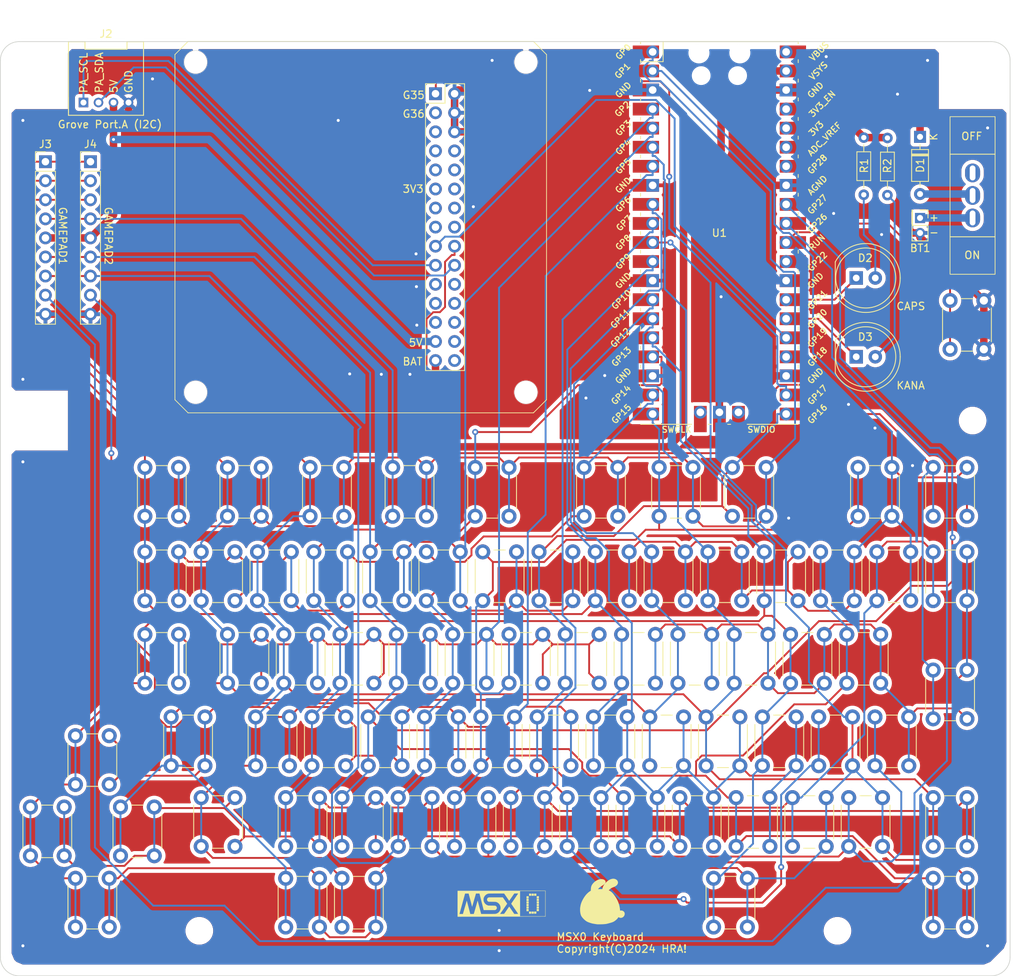
<source format=kicad_pcb>
(kicad_pcb (version 20221018) (generator pcbnew)
  (layers (0 "F.Cu" signal) (31 "B.Cu" signal) (34 "B.Paste" user) (35 "F.Paste" user) (36 "B.SilkS" user "B.Silkscreen") (37 "F.SilkS" user "F.Silkscreen") (38 "B.Mask" user) (39 "F.Mask" user) (44 "Edge.Cuts" user))
  (net 0 "")
  (net 1 "Net-(BT1-+)")
  (net 2 "GND")
  (net 3 "/BAT")
  (net 4 "Net-(D1-A)")
  (net 5 "KEY_INT")
  (net 10 "INT_SCL")
  (net 17 "PA_SCL")
  (net 18 "PA_SDA")
  (net 20 "INT_SDA")
  (net 25 "PA_5V")
  (net 26 "X0")
  (net 27 "Y0")
  (net 28 "X1")
  (net 29 "X2")
  (net 30 "X3")
  (net 31 "X4")
  (net 32 "X5")
  (net 33 "X6")
  (net 34 "X7")
  (net 35 "Y1")
  (net 36 "Y2")
  (net 37 "Y4")
  (net 38 "Y3")
  (net 39 "Y5")
  (net 40 "Y6")
  (net 41 "Y8")
  (net 42 "Y7")
  (net 43 "Net-(U1-RUN)")
  (net 44 "Net-(D3-K)")
  (net 45 "Net-(D2-K)")
  (net 47 "Y9")
  (net 48 "Y10")
  (net 51 "Net-(U1-3V3)")
  (net 61 "Net-(D2-A)")
  (net 62 "Net-(D3-A)")
  (footprint "Button_Switch_THT:SW_PUSH_6mm" (layer "F.Cu") (at 84.5 146.5 90)
    (fp_text reference "SW41" hide)
    (fp_text value "A")
  )
  (footprint "0-My_Parts:MSX0_logo_15mm" (layer "F.Cu") (at 117 165)
    (fp_text reference "MSX0" hide)
    (fp_text value "LOGO" hide)
  )
  (footprint "Button_Switch_THT:SW_PUSH_6mm" (layer "F.Cu") (at 60.5 149 90)
    (fp_text reference "SW72" hide)
    (fp_text value "↑")
  )
  (footprint "Button_Switch_THT:SW_PUSH_6mm" (layer "F.Cu") (at 159.5 146.5 90)
    (fp_text reference "SW51" hide)
    (fp_text value ":")
  )
  (footprint "LED_THT:LED_D8.0mm" (layer "F.Cu") (at 164.5 92)
    (fp_text reference "D3")
    (fp_text value "LED")
  )
  (footprint "Resistor_THT:R_Axial_DIN0204_L3.6mm_D1.6mm_P7.62mm_Horizontal" (layer "F.Cu") (at 165.5064 70.4088 90)
    (fp_text reference "R1")
    (fp_text value "R")
  )
  (footprint "Button_Switch_THT:SW_PUSH_6mm" (layer "F.Cu") (at 148.5 157.25 90)
    (fp_text reference "SW62" hide)
    (fp_text value ".")
  )
  (footprint "Button_Switch_THT:SW_PUSH_6mm" (layer "F.Cu") (at 114.75 124.5 90)
    (fp_text reference "SW17" hide)
    (fp_text value "6")
  )
  (footprint "MCU_RaspberryPi_and_Boards:RPi_Pico_SMD_TH" (layer "F.Cu") (at 146.275 75.5)
    (fp_text reference "U1")
    (fp_text value "Pico")
  )
  (footprint "Resistor_THT:R_Axial_DIN0204_L3.6mm_D1.6mm_P7.62mm_Horizontal" (layer "F.Cu") (at 168.656 70.4596 90)
    (fp_text reference "R2")
    (fp_text value "R")
  )
  (footprint "Button_Switch_THT:SW_PUSH_6mm" (layer "F.Cu") (at 118.5 157.25 90)
    (fp_text reference "SW58" hide)
    (fp_text value "B")
  )
  (footprint "Button_Switch_THT:SW_PUSH_6mm" (layer "F.Cu") (at 174.75 157.25 90)
    (fp_text reference "SW65" hide)
    (fp_text value "SHIFT")
  )
  (footprint "Button_Switch_THT:SW_PUSH_6mm" (layer "F.Cu") (at 174.75 124.5 90)
    (fp_text reference "SW25" hide)
    (fp_text value "BS")
  )
  (footprint "Button_Switch_THT:SW_PUSH_6mm" (layer "F.Cu") (at 145.5 168 90)
    (fp_text reference "SW68" hide)
    (fp_text value "SPACE")
  )
  (footprint "Button_Switch_THT:SW_PUSH_6mm" (layer "F.Cu") (at 140.75 135.5 90)
    (fp_text reference "SW35" hide)
    (fp_text value "O")
  )
  (footprint "Connector_PinHeader_2.54mm:PinHeader_1x09_P2.54mm_Vertical" (layer "F.Cu") (at 62.5 66)
    (fp_text reference "J4")
    (fp_text value "DE9_Plug" hide)
  )
  (footprint "Button_Switch_THT:SW_PUSH_6mm" (layer "F.Cu") (at 92 146.5 90)
    (fp_text reference "SW42" hide)
    (fp_text value "S")
  )
  (footprint "Button_Switch_THT:SW_PUSH_6mm" (layer "F.Cu") (at 152 146.5 90)
    (fp_text reference "SW50" hide)
    (fp_text value ";")
  )
  (footprint "Button_Switch_THT:SW_PUSH_6mm" (layer "F.Cu") (at 92.25 124.5 90)
    (fp_text reference "SW14" hide)
    (fp_text value "3")
  )
  (footprint "Button_Switch_THT:SW_PUSH_6mm" (layer "F.Cu") (at 107 146.5 90)
    (fp_text reference "SW44" hide)
    (fp_text value "F")
  )
  (footprint "Button_Switch_THT:SW_PUSH_6mm" (layer "F.Cu") (at 95.75 135.5 90)
    (fp_text reference "SW29" hide)
    (fp_text value "E")
  )
  (footprint "Button_Switch_THT:SW_PUSH_6mm" (layer "F.Cu") (at 91.75 113.25 90)
    (fp_text reference "SW3" hide)
    (fp_text value "F3")
  )
  (footprint "Button_Switch_THT:SW_PUSH_6mm" (layer "F.Cu") (at 77.25 124.5 90)
    (fp_text reference "SW12" hide)
    (fp_text value "1")
  )
  (footprint "0-My_Parts:usa_black_10x7" (layer "F.Cu") (at 131 164.5)
    (fp_text reference "G***" hide)
    (fp_text value "LOGO" hide)
  )
  (footprint "Diode_THT:D_DO-35_SOD27_P7.62mm_Horizontal" (layer "F.Cu") (at 173 62.69 -90)
    (fp_text reference "D1")
    (fp_text value "1N914")
  )
  (footprint "Button_Switch_THT:SW_PUSH_6mm" (layer "F.Cu") (at 174.75 168 90)
    (fp_text reference "SW69" hide)
    (fp_text value "KANA")
  )
  (footprint "Button_Switch_THT:SW_PUSH_6mm" (layer "F.Cu") (at 163.25 135.5 90)
    (fp_text reference "SW38" hide)
    (fp_text value "[")
  )
  (footprint "Button_Switch_THT:SW_PUSH_6mm" (layer "F.Cu") (at 125.75 135.5 90)
    (fp_text reference "SW33" hide)
    (fp_text value "U")
  )
  (footprint "Button_Switch_THT:SW_PUSH_6mm" (layer "F.Cu") (at 88.25 135.5 90)
    (fp_text reference "SW28" hide)
    (fp_text value "W")
  )
  (footprint "Button_Switch_THT:SW_PUSH_6mm" (layer "F.Cu") (at 167 146.5 90)
    (fp_text reference "SW52" hide)
    (fp_text value "]")
  )
  (footprint "MountingHole:MountingHole_3.2mm_M3" (layer "F.Cu") (at 180 100.5)
    (fp_text reference "HOLE5" hide)
    (fp_text value "MountingHole_3.2mm_M3" hide)
  )
  (footprint "Button_Switch_THT:SW_PUSH_6mm" (layer "F.Cu") (at 177 91 90)
    (fp_text reference "SW74" hide)
    (fp_text value "SW_MEC_5G")
  )
  (footprint "Button_Switch_THT:SW_PUSH_6mm" (layer "F.Cu") (at 164.75 113.25 90)
    (fp_text reference "SW9" hide)
    (fp_text value "INS")
  )
  (footprint "MountingHole:MountingHole_3.2mm_M3" (layer "F.Cu") (at 180 54.88)
    (fp_text reference "HOLE1" hide)
    (fp_text value "MountingHole_3.2mm_M3" hide)
  )
  (footprint "Button_Switch_THT:SW_PUSH_6mm" (layer "F.Cu") (at 77.25 157.25 90)
    (fp_text reference "SW53" hide)
    (fp_text value "SHIFT")
  )
  (footprint "Button_Switch_THT:SW_PUSH_6mm" (layer "F.Cu") (at 60.5 168 90)
    (fp_text reference "SW73" hide)
    (fp_text value "↓")
  )
  (footprint "Button_Switch_THT:SW_PUSH_6mm" (layer "F.Cu") (at 174.75 113.25 90)
    (fp_text reference "SW10" hide)
    (fp_text value "DEL")
  )
  (footprint "Button_Switch_THT:SW_PUSH_6mm" (layer "F.Cu") (at 141 157.25 90)
    (fp_text reference "SW61" hide)
    (fp_text value ",")
  )
  (footprint "Button_Switch_THT:SW_PUSH_6mm" (layer "F.Cu") (at 122.25 124.5 90)
    (fp_text reference "SW18" hide)
    (fp_text value "7")
  )
  (footprint "Button_Switch_THT:SW_PUSH_6mm" (layer "F.Cu") (at 69.75 135.5 90)
    (fp_text reference "SW26" hide)
    (fp_text value "TAB")
  )
  (footprint "Button_Switch_THT:SW_PUSH_6mm" (layer "F.Cu") (at 73.25 146.5 90)
    (fp_text reference "SW40" hide)
    (fp_text value "CTRL")
  )
  (footprint "Button_Switch_THT:SW_PUSH_6mm" (layer "F.Cu") (at 96 157.25 90)
    (fp_text reference "SW55" hide)
    (fp_text value "X")
  )
  (footprint "Button_Switch_THT:SW_PUSH_6mm" (layer "F.Cu") (at 88.5 157.25 90)
    (fp_text reference "SW54" hide)
    (fp_text value "Z")
  )
  (footprint "0-My_Parts:Slide Switch" (layer "F.Cu") (at 180 73.5 180)
    (fp_text reference "SW75" hide)
    (fp_text value "SW_SPST")
  )
  (footprint "Button_Switch_THT:SW_PUSH_6mm" (layer "F.Cu") (at 128.25 113.25 90)
    (fp_text reference "SW6" hide)
    (fp_text value "STOP")
  )
  (footprint "Button_Switch_THT:SW_PUSH_6mm" (layer "F.Cu") (at 113.75 113.25 90)
    (fp_text reference "SW5" hide)
    (fp_text value "F5")
  )
  (footprint "Button_Switch_THT:SW_PUSH_6mm" (layer "F.Cu") (at 137.25 124.5 90)
    (fp_text reference "SW20" hide)
    (fp_text value "9")
  )
  (footprint "0-My_Parts:M5StackConnect" (layer "F.Cu") (at 73.5 49.722)
    (fp_text reference "J1" hide)
    (fp_text value "M5stack Connector" hide)
    (fp_circle (center 3.006214 3.006214) (end 4.556214 3.006214) (stroke (width 0.05)) (fill none) (layer "Edge.Cuts"))
    (fp_circle (center 3.006214 47.006214) (end 4.556214 47.006214) (stroke (width 0.05)) (fill none) (layer "Edge.Cuts"))
    (fp_circle (center 47.006214 3.006214) (end 48.556214 3.006214) (stroke (width 0.05)) (fill none) (layer "Edge.Cuts"))
    (fp_circle (center 47.006214 47.006214) (end 48.556214 47.006214) (stroke (width 0.05)) (fill none) (layer "Edge.Cuts"))
  )
  (footprint "Button_Switch_THT:SW_PUSH_6mm" (layer "F.Cu") (at 102.75 113.25 90)
    (fp_text reference "SW4" hide)
    (fp_text value "F4")
  )
  (footprint "Button_Switch_THT:SW_PUSH_6mm" (layer "F.Cu") (at 138.25 113.25 90)
    (fp_text reference "SW7" hide)
    (fp_text value "CLS")
  )
  (footprint "Button_Switch_THT:SW_PUSH_6mm" (layer "F.Cu") (at 133.5 157.25 90)
    (fp_text reference "SW60" hide)
    (fp_text value "M")
  )
  (footprint "Button_Switch_THT:SW_PUSH_6mm" (layer "F.Cu") (at 144.5 146.5 90)
    (fp_text reference "SW49" hide)
    (fp_text value "L")
  )
  (footprint "Button_Switch_THT:SW_PUSH_6mm" (layer "F.Cu") (at 159.75 124.5 90)
    (fp_text reference "SW23" hide)
    (fp_text value "^")
  )
  (footprint "Button_Switch_THT:SW_PUSH_6mm" (layer "F.Cu") (at 69.75 113.25 90)
    (fp_text reference "SW1" hide)
    (fp_text value "F1")
  )
  (footprint "Connector_PinHeader_2.54mm:PinHeader_1x09_P2.54mm_Vertical" (layer "F.Cu") (at 56.5 66)
    (fp_text reference "J3")
    (fp_text value "DE9_Plug" hide)
  )
  (footprint "Button_Switch_THT:SW_PUSH_6mm" (layer "F.Cu") (at 88.5 168 90)
    (fp_text reference "SW66" hide)
    (fp_text value "CAPS")
  )
  (footprint "Button_Switch_THT:SW_PUSH_6mm" (layer "F.Cu") (at 80.75 113.25 90)
    (fp_text reference "SW2" hide)
    (fp_text value "F2")
  )
  (footprint "Button_Switch_THT:SW_PUSH_6mm" (layer "F.Cu") (at 118.25 135.5 90)
    (fp_text reference "SW32" hide)
    (fp_text value "Y")
  )
  (footprint "Button_Switch_THT:SW_PUSH_6mm" (layer "F.Cu") (at 155.75 135.5 90)
    (fp_text reference "SW37" hide)
    (fp_text value "@")
  )
  (footprint "0-My_Parts:HW4-2.0-90D" (layer "F.Cu") (at 64.56934 54.91508)
    (fp_text reference "J2")
    (fp_text value "Conn_01x04_Pin" hide)
  )
  (footprint "Button_Switch_THT:SW_PUSH_6mm" (layer "F.Cu") (at 152.25 124.5 90)
    (fp_text reference "SW22" hide)
    (fp_text value "-")
  )
  (footprint "LED_THT:LED_D8.0mm" (layer "F.Cu") (at 164.5 81.5)
    (fp_text reference "D2")
    (fp_text value "LED")
  )
  (footprint "Button_Switch_THT:SW_PUSH_6mm" (layer "F.Cu") (at 156 157.25 90)
    (fp_text reference "SW63" hide)
    (fp_text value "/")
  )
  (footprint "Button_Switch_THT:SW_PUSH_6mm" (layer "F.Cu") (at 144.75 124.5 90)
    (fp_text reference "SW21" hide)
    (fp_text value "0")
  )
  (footprint "Button_Switch_THT:SW_PUSH_6mm" (layer "F.Cu") (at 129.5 146.5 90)
    (fp_text reference "SW47" hide)
    (fp_text value "J")
  )
  (footprint "Button_Switch_THT:SW_PUSH_6mm" (layer "F.Cu") (at 84.75 124.5 90)
    (fp_text reference "SW13" hide)
    (fp_text value "2")
  )
  (footprint "Button_Switch_THT:SW_PUSH_6mm" (layer "F.Cu") (at 122 146.5 90)
    (fp_text reference "SW46" hide)
    (fp_text value "H")
  )
  (footprint "Connector_PinHeader_2.00mm:PinHeader_2x01_P2.00mm_Vertical" (layer "F.Cu") (at 173 73.5 -90)
    (fp_text reference "BT1")
    (fp_text value "Battery_Cell")
  )
  (footprint "Button_Switch_THT:SW_PUSH_6mm" (layer "F.Cu") (at 129.75 124.5 90)
    (fp_text reference "SW19" hide)
    (fp_text value "8")
  )
  (footprint "Button_Switch_THT:SW_PUSH_6mm" (layer "F.Cu") (at 114.5 146.5 90)
    (fp_text reference "SW45" hide)
    (fp_text value "G")
  )
  (footprint "Button_Switch_THT:SW_PUSH_6mm" (layer "F.Cu") (at 163.5 157.25 90)
    (fp_text reference "SW64" hide)
    (fp_text value "_")
  )
  (footprint "MountingHole:MountingHole_3.2mm_M3" (layer "F.Cu") (at 55.5 100.5)
    (fp_text reference "HOLE4" hide)
    (fp_text value "MountingHole_3.2mm_M3" hide)
  )
  (footprint "Button_Switch_THT:SW_PUSH_6mm" (layer "F.Cu") (at 69.75 124.5 90)
    (fp_text reference "SW11" hide)
    (fp_text value "ESC")
  )
  (footprint "Button_Switch_THT:SW_PUSH_6mm" (layer "F.Cu") (at 103.25 135.5 90)
    (fp_text reference "SW30" hide)
    (fp_text value "R")
  )
  (footprint "Button_Switch_THT:SW_PUSH_6mm" (layer "F.Cu") (at 66.5 158.5 90)
    (fp_text reference "SW71" hide)
    (fp_text value "→")
  )
  (footprint "Button_Switch_THT:SW_PUSH_6mm" (layer "F.Cu") (at 126 157.25 90)
    (fp_text reference "SW59" hide)
    (fp_text value "N")
  )
  (footprint "MountingHole:MountingHole_3.2mm_M3" (layer "F.Cu") (at 55.5 55)
    (fp_text reference "HOLE0" hide)
    (fp_text value "MountingHole_3.2mm_M3" hide)
  )
  (footprint "MountingHole:MountingHole_3.2mm_M3" (layer "F.Cu") (at 162 168.5)
    (fp_text reference "HOLE3" hide)
    (fp_text value "MountingHole_3.2mm_M3" hide)
  )
  (footprint "Button_Switch_THT:SW_PUSH_6mm" (layer "F.Cu") (at 103.5 157.25 90)
    (fp_text reference "SW56" hide)
    (fp_text value "C")
  )
  (footprint "Button_Switch_THT:SW_PUSH_6mm" (layer "F.Cu") (at 96 168 90)
    (fp_text reference "SW67" hide)
    (fp_text value "GRPH")
  )
  (footprint "MountingHole:MountingHole_3.2mm_M3" (layer "F.Cu") (at 77 168.5)
    (fp_text reference "HOLE2" hide)
    (fp_text value "MountingHole_3.2mm_M3" hide)
  )
  (footprint "Button_Switch_THT:SW_PUSH_6mm" (layer "F.Cu") (at 107.25 124.5 90)
    (fp_text reference "SW16" hide)
    (fp_text value "5")
  )
  (footprint "Button_Switch_THT:SW_PUSH_6mm" (layer "F.Cu") (at 148.25 135.5 90)
    (fp_text reference "SW36" hide)
    (fp_text value "P")
  )
  (footprint "Button_Switch_THT:SW_PUSH_6mm" (layer "F.Cu") (at 99.75 124.5 90)
    (fp_text reference "SW15" hide)
    (fp_text value "4")
  )
  (footprint "Button_Switch_THT:SW_PUSH_6mm" (layer "F.Cu") (at 167.25 124.5 90)
    (fp_text reference "SW24" hide)
    (fp_text value "￥")
  )
  (footprint "Button_Switch_THT:SW_PUSH_6mm" (layer "F.Cu") (at 111 157.25 90)
    (fp_text reference "SW57" hide)
    (fp_text value "V")
  )
  (footprint "Button_Switch_THT:SW_PUSH_6mm" (layer "F.Cu") (at 133.25 135.5 90)
    (fp_text reference "SW34" hide)
    (fp_text value "I")
  )
  (footprint "Button_Switch_THT:SW_PUSH_6mm" (layer "F.Cu") (at 54.5 158.5 90)
    (fp_text reference "SW70" hide)
    (fp_text value "←")
  )
  (footprint "Button_Switch_THT:SW_PUSH_6mm" (layer "F.Cu") (at 137 146.5 90)
    (fp_text reference "SW48" hide)
    (fp_text value "K")
  )
  (footprint "Button_Switch_THT:SW_PUSH_6mm" (layer "F.Cu") (at 99.5 146.5 90)
    (fp_text reference "SW43" hide)
    (fp_text value "D")
  )
  (footprint "Button_Switch_THT:SW_PUSH_6mm" (layer "F.Cu") (at 80.75 135.5 90)
    (fp_text reference "SW27" hide)
    (fp_text value "Q")
  )
  (footprint "Button_Switch_THT:SW_PUSH_6mm" (layer "F.Cu") (at 110.75 135.5 90)
    (fp_text reference "SW31" hide)
    (fp_text value "T")
  )
  (footprint "Button_Switch_THT:SW_PUSH_6mm" (layer "F.Cu") (at 148 113.25 90)
    (fp_text reference "SW8" hide)
    (fp_text value "SELECT")
  )
  (footprint "Button_Switch_THT:SW_PUSH_6mm" (layer "F.Cu") (at 174.75 140.25 90)
    (fp_text reference "SW39" hide)
    (fp_text value "RETURN")
  )
  (gr_arc (start 53 174.5) (mid 51.232233 173.767767) (end 50.5 172) (stroke (width 0.1)) (layer "Edge.Cuts"))
  (gr_arc (start 182.5 50) (mid 184.267767 50.732233) (end 185 52.5) (stroke (width 0.1)) (layer "Edge.Cuts"))
  (gr_arc (start 185 172) (mid 184.267767 173.767767) (end 182.5 174.5) (stroke (width 0.1)) (layer "Edge.Cuts"))
  (gr_arc (start 50.5 52.5) (mid 51.232233 50.732233) (end 53 50) (stroke (width 0.1)) (layer "Edge.Cuts"))
  (gr_line (start 185 172) (end 185 52.5) (stroke (width 0.1)) (layer "Edge.Cuts"))
  (gr_line (start 53 50) (end 182.5 50) (stroke (width 0.1)) (layer "Edge.Cuts"))
  (gr_line (start 50.5 172) (end 50.5 52.5) (stroke (width 0.1)) (layer "Edge.Cuts"))
  (gr_line (start 182.5 174.5) (end 53 174.5) (stroke (width 0.1)) (layer "Edge.Cuts"))
  (gr_text "5V" (at 66.1924 56.9468 90) (layer "F.SilkS") (effects (font (size 1 1)) (justify left bottom)))
  (gr_text "CAPS" (at 169.7736 85.852) (layer "F.SilkS") (effects (font (size 1 1)) (justify left bottom)))
  (gr_text "ON" (at 178.816 79.0448) (layer "F.SilkS") (effects (font (size 1 1)) (justify left bottom)))
  (gr_text "GND" (at 68.1736 56.9468 90) (layer "F.SilkS") (effects (font (size 1 1)) (justify left bottom)))
  (gr_text "GAMEPAD2" (at 64.3128 71.9328 270) (layer "F.SilkS") (effects (font (size 1 1)) (justify left bottom)))
  (gr_text "GAMEPAD1" (at 58.2168 71.9328 -90) (layer "F.SilkS") (effects (font (size 1 1)) (justify left bottom)))
  (gr_text "PA_SDA" (at 64.262 56.9468 90) (layer "F.SilkS") (effects (font (size 1 1)) (justify left bottom)))
  (gr_text "+" (at 174.1424 74.0156) (layer "F.SilkS") (effects (font (size 1 1)) (justify left bottom)))
  (gr_text "OFF" (at 178.4096 63.1952) (layer "F.SilkS") (effects (font (size 1 1)) (justify left bottom)))
  (gr_text "MSX0 Keyboard\nCopyright(C)2024 HRA!" (at 124.5 171.5) (layer "F.SilkS") (effects (font (size 1 1)) (justify left bottom)))
  (gr_text "KANA" (at 169.7736 96.4184) (layer "F.SilkS") (effects (font (size 1 1)) (justify left bottom)))
  (gr_text "Grove Port.A (I2C)" (at 58.0644 61.6204) (layer "F.SilkS") (effects (font (size 1 1)) (justify left bottom)))
  (gr_text "-" (at 174.1424 75.9968) (layer "F.SilkS") (effects (font (size 1 1)) (justify left bottom)))
  (gr_text "PA_SCL" (at 62.1792 56.9468 90) (layer "F.SilkS") (effects (font (size 1 1)) (justify left bottom)))
  (segment (start 173 73.5) (end 180 73.5) (width 1) (layer "B.Cu") (net 1))
  (segment (start 120.65 91.15) (end 124.05 94.55) (width 1) (layer "F.Cu") (net 2))
  (segment (start 151 69.15) (end 155.165 69.15) (width 1) (layer "F.Cu") (net 2))
  (segment (start 158.7104 69.15) (end 162.2044 72.644) (width 1) (layer "F.Cu") (net 2))
  (segment (start 129 56.5) (end 137.335 56.5) (width 1) (layer "F.Cu") (net 2))
  (segment (start 111 56.94) (end 111.49 56.45) (width 1) (layer "F.Cu") (net 2))
  (segment (start 128.95 56.45) (end 129 56.5) (width 1) (layer "F.Cu") (net 2))
  (segment (start 147.55 94.55) (end 151 94.55) (width 1) (layer "F.Cu") (net 2))
  (segment (start 151 69.15) (end 151 59) (width 1) (layer "F.Cu") (net 2))
  (segment (start 169.1439 72.644) (end 171.9999 75.5) (width 1) (layer "F.Cu") (net 2))
  (segment (start 113.52 62.02) (end 120.65 69.15) (width 1) (layer "F.Cu") (net 2))
  (segment (start 151 59) (end 153.55 56.45) (width 1) (layer "F.Cu") (net 2))
  (segment (start 124.05 94.55) (end 130.95 94.55) (width 1) (layer "F.Cu") (net 2))
  (segment (start 171.9999 75.5) (end 173 75.5) (width 1) (layer "F.Cu") (net 2))
  (segment (start 173 75.5) (end 173 76.0736) (width 1) (layer "F.Cu") (net 2))
  (segment (start 56.5 86.32) (end 62.5 86.32) (width 1) (layer "F.Cu") (net 2))
  (segment (start 181.4264 84.5) (end 181.5 84.5) (width 1) (layer "F.Cu") (net 2))
  (segment (start 162.2044 72.644) (end 169.1439 72.644) (width 1) (layer "F.Cu") (net 2))
  (segment (start 120.8 81.85) (end 137.385 81.85) (width 1) (layer "F.Cu") (net 2))
  (segment (start 151 94.55) (end 155.165 94.55) (width 1) (layer "F.Cu") (net 2))
  (segment (start 120.65 69.15) (end 120.65 82) (width 1) (layer "F.Cu") (net 2))
  (segment (start 147.5 94.5) (end 147.55 94.55) (width 0.25) (layer "F.Cu") (net 2))
  (segment (start 120.65 69.15) (end 137.385 69.15) (width 1) (layer "F.Cu") (net 2))
  (segment (start 131 94.5) (end 131.05 94.55) (width 1) (layer "F.Cu") (net 2))
  (segment (start 181.5 84.5) (end 181.5 91) (width 1) (layer "F.Cu") (net 2))
  (segment (start 151 82) (end 151 69.15) (width 1) (layer "F.Cu") (net 2))
  (segment (start 130.95 94.55) (end 131 94.5) (width 1) (layer "F.Cu") (net 2))
  (segment (start 120.65 82) (end 120.65 91.15) (width 1) (layer "F.Cu") (net 2))
  (segment (start 151 82) (end 151.15 81.85) (width 1) (layer "F.Cu") (net 2))
  (segment (start 151 94.55) (end 151 82) (width 1) (layer "F.Cu") (net 2))
  (segment (start 62.5 86.32) (end 67.56908 81.25092) (width 1) (layer "F.Cu") (net 2))
  (segment (start 111 62.02) (end 113.52 62.02) (width 1) (layer "F.Cu") (net 2))
  (segment (start 111 56.94) (end 111 59.48) (width 1) (layer "F.Cu") (net 2))
  (segment (start 120.65 82) (end 120.8 81.85) (width 1) (layer "F.Cu") (net 2))
  (segment (start 151.15 81.85) (end 155.165 81.85) (width 1) (layer "F.Cu") (net 2))
  (segment (start 111 59.48) (end 111 62.02) (width 1) (layer "F.Cu") (net 2))
  (segment (start 111.49 56.45) (end 128.95 56.45) (width 1) (layer "F.Cu") (net 2))
  (segment (start 146.275 95.725) (end 147.5 94.5) (width 1) (layer "F.Cu") (net 2))
  (segment (start 153.55 56.45) (end 155.165 56.45) (width 1) (layer "F.Cu") (net 2))
  (segment (start 146.275 99.4) (end 146.275 95.725) (width 1) (layer "F.Cu") (net 2))
  (segment (start 155.165 69.15) (end 158.7104 69.15) (width 1) (layer "F.Cu") (net 2))
  (segment (start 173 76.0736) (end 181.4264 84.5) (width 1) (layer "F.Cu") (net 2))
  (segment (start 67.56908 81.25092) (end 67.56908 58.11508) (width 1) (layer "F.Cu") (net 2))
  (segment (start 131.05 94.55) (end 137.385 94.55) (width 1) (layer "F.Cu") (net 2))
  (via (at 113.5 72) (size 0.8) (drill 0.4) (layers "F.Cu" "B.Cu") (net 2))
  (via (at 105.9688 87.7824) (size 0.8) (drill 0.4) (layers "F.Cu" "B.Cu") (net 2))
  (via (at 182 170.5) (size 0.8) (drill 0.4) (layers "F.Cu" "B.Cu") (net 2))
  (via (at 167 101.5) (size 0.8) (drill 0.4) (layers "F.Cu" "B.Cu") (net 2))
  (via (at 116.9416 168.4528) (size 0.8) (drill 0.4) (layers "F.Cu" "B.Cu") (net 2))
  (via (at 174 52.5) (size 0.8) (drill 0.4) (layers "F.Cu" "B.Cu") (net 2))
  (via (at 53.5 95) (size 0.8) (drill 0.4) (layers "F.Cu" "B.Cu") (net 2))
  (via (at 170 57) (size 0.8) (drill 0.4) (layers "F.Cu" "B.Cu") (net 2))
  (via (at 160.5 52) (size 0.8) (drill 0.4) (layers "F.Cu" "B.Cu") (net 2))
  (via (at 155.5 113.5) (size 0.8) (drill 0.4) (layers "F.Cu" "B.Cu") (net 2))
  (via (at 161.4932 72.898) (size 0.8) (drill 0.4) (layers "F.Cu" "B.Cu") (net 2))
  (via (at 172 106.5) (size 0.8) (drill 0.4) (layers "F.Cu" "B.Cu") (net 2))
  (via (at 131 94.5) (size 0.8) (drill 0.4) (layers "F.Cu" "B.Cu") (net 2))
  (via (at 105.918 82.6516) (size 0.8) (drill 0.4) (layers "F.Cu" "B.Cu") (net 2))
  (via (at 163.4744 98.3488) (size 0.8) (drill 0.4) (layers "F.Cu" "B.Cu") (net 2))
  (via (at 53.5 106) (size 0.8) (drill 0.4) (layers "F.Cu" "B.Cu") (net 2))
  (via (at 128.5 97.5) (size 0.8) (drill 0.4) (layers "F.Cu" "B.Cu") (net 2))
  (via (at 116.9416 171.1452) (size 0.8) (drill 0.4) (layers "F.Cu" "B.Cu") (net 2))
  (via (at 101.2444 94.3356) (size 0.8) (drill 0.4) (layers "F.Cu" "B.Cu") (net 2))
  (via (at 116 52.5) (size 0.8) (drill 0.4) (layers "F.Cu" "B.Cu") (net 2))
  (via (at 129 56.5) (size 0.8) (drill 0.4) (layers "F.Cu" "B.Cu") (net 2))
  (via (at 167.881 75.709904) (size 0.8) (drill 0.4) (layers "F.Cu" "B.Cu") (net 2))
  (via (at 53.5 60.5) (size 0.8) (drill 0.4) (layers "F.Cu" "B.Cu") (net 2))
  (via (at 70.7644 54.9656) (size 0.8) (drill 0.4) (layers "F.Cu" "B.Cu") (net 2))
  (via (at 53.5 170.5) (size 0.8) (drill 0.4) (layers "F.Cu" "B.Cu") (net 2))
  (via (at 97.028 94.2848) (size 0.8) (drill 0.4) (layers "F.Cu" "B.Cu") (net 2))
  (via (at 146.5 84) (size 0.8) (drill 0.4) (layers "F.Cu" "B.Cu") (net 2))
  (via (at 105.0544 94.3356) (size 0.8) (drill 0.4) (layers "F.Cu" "B.Cu") (net 2))
  (via (at 105.8672 78.2828) (size 0.8) (drill 0.4) (layers "F.Cu" "B.Cu") (net 2))
  (via (at 95.5 60.5) (size 0.8) (drill 0.4) (layers "F.Cu" "B.Cu") (net 2))
  (via (at 182 61.5) (size 0.8) (drill 0.4) (layers "F.Cu" "B.Cu") (net 2))
  (segment (start 138.1675 56.45) (end 141.5 59.7825) (width 1) (layer "B.Cu") (net 2))
  (segment (start 154.065 81.85) (end 141.5 69.285) (width 1) (layer "B.Cu") (net 2))
  (segment (start 137.385 56.45) (end 138.1675 56.45) (width 1) (layer "B.Cu") (net 2))
  (segment (start 155.165 81.85) (end 154.065 81.85) (width 1) (layer "B.Cu") (net 2))
  (segment (start 141.5 69.285) (end 141.5 60.1359) (width 1) (layer "B.Cu") (net 2))
  (segment (start 141.5 59.7825) (end 141.5 60.1359) (width 1) (layer "B.Cu") (net 2))
  (segment (start 146.5 64.5) (end 145 66) (width 1) (layer "F.Cu") (net 3))
  (segment (start 141.5 102) (end 139.5 104) (width 1) (layer "F.Cu") (net 3))
  (segment (start 169.91 53.91) (end 173 57) (width 1) (layer "F.Cu") (net 3))
  (segment (start 173 57) (end 173 62.69) (width 1) (layer "F.Cu") (net 3))
  (segment (start 155.165 53.91) (end 169.91 53.91) (width 1) (layer "F.Cu") (net 3))
  (segment (start 149 56.5) (end 146.5 59) (width 1) (layer "F.Cu") (net 3))
  (segment (start 146.5 59) (end 146.5 64.5) (width 1) (layer "F.Cu") (net 3))
  (segment (start 110.5 104) (end 108.46 101.96) (width 1) (layer "F.Cu") (net 3))
  (segment (start 139.5 104) (end 110.5 104) (width 1) (layer "F.Cu") (net 3))
  (segment (start 142.5 66) (end 141.5 67) (width 1) (layer "F.Cu") (net 3))
  (segment (start 145 66) (end 142.5 66) (width 1) (layer "F.Cu") (net 3))
  (segment (start 151 56.5) (end 149 56.5) (width 1) (layer "F.Cu") (net 3))
  (segment (start 108.46 101.96) (end 108.46 92.5) (width 1) (layer "F.Cu") (net 3))
  (segment (start 153.59 53.91) (end 151 56.5) (width 1) (layer "F.Cu") (net 3))
  (segment (start 155.165 53.91) (end 153.59 53.91) (width 1) (layer "F.Cu") (net 3))
  (segment (start 141.5 67) (end 141.5 102) (width 1) (layer "F.Cu") (net 3))
  (segment (start 173 70.31) (end 179.81 70.31) (width 1) (layer "B.Cu") (net 4))
  (segment (start 139.5904 67.9937) (end 139.5904 56.4796) (width 0.25) (layer "F.Cu") (net 5))
  (segment (start 138.3857 55.2749) (end 108.5 55.2749) (width 0.25) (layer "F.Cu") (net 5))
  (segment (start 139.5904 56.4796) (end 138.3857 55.2749) (width 0.25) (layer "F.Cu") (net 5))
  (segment (start 108.5 55.2749) (end 108.5 56.9) (width 0.25) (layer "F.Cu") (net 5))
  (via (at 139.5904 67.9937) (size 0.8) (drill 0.4) (layers "F.Cu" "B.Cu") (net 5))
  (segment (start 153.9899 95.5477) (end 153.9899 89.285) (width 0.25) (layer "B.Cu") (net 5))
  (segment (start 139.5904 74.8855) (end 139.5904 67.9937) (width 0.25) (layer "B.Cu") (net 5))
  (segment (start 155.165 95.9149) (end 154.3571 95.9149) (width 0.25) (layer "B.Cu") (net 5))
  (segment (start 155.165 97.09) (end 155.165 95.9149) (width 0.25) (layer "B.Cu") (net 5))
  (segment (start 153.9899 89.285) (end 139.5904 74.8855) (width 0.25) (layer "B.Cu") (net 5))
  (segment (start 154.3571 95.9149) (end 153.9899 95.5477) (width 0.25) (layer "B.Cu") (net 5))
  (segment (start 140.3155 74.6205) (end 140.3155 60.2585) (width 0.25) (layer "B.Cu") (net 10))
  (segment (start 109.73 75.99) (end 108.46 77.26) (width 0.25) (layer "B.Cu") (net 10))
  (segment (start 140.3155 60.2585) (end 137.8298 57.7728) (width 0.25) (layer "B.Cu") (net 10))
  (segment (start 155.165 89.47) (end 140.3155 74.6205) (width 0.25) (layer "B.Cu") (net 10))
  (segment (start 129.8472 57.7728) (end 111.63 75.99) (width 0.25) (layer "B.Cu") (net 10))
  (segment (start 111.63 75.99) (end 109.73 75.99) (width 0.25) (layer "B.Cu") (net 10))
  (segment (start 137.8298 57.7728) (end 129.8472 57.7728) (width 0.25) (layer "B.Cu") (net 10))
  (segment (start 61.5696 58.1152) (end 61.5696 52.9844) (width 0.25) (layer "B.Cu") (net 17))
  (segment (start 61.976 52.578) (end 72.881122 52.578) (width 0.25) (layer "B.Cu") (net 17))
  (segment (start 72.881122 52.578) (end 100.103122 79.8) (width 0.25) (layer "B.Cu") (net 17))
  (segment (start 61.5696 52.9844) (end 61.976 52.578) (width 0.25) (layer "B.Cu") (net 17))
  (segment (start 100.103122 79.8) (end 108.46 79.8) (width 0.25) (layer "B.Cu") (net 17))
  (segment (start 68.2446 53.4416) (end 63.57112 58.11508) (width 0.25) (layer "B.Cu") (net 18))
  (segment (start 111 79.8) (end 109.635 81.165) (width 0.25) (layer "B.Cu") (net 18))
  (segment (start 100.2658 81.165) (end 72.5424 53.4416) (width 0.25) (layer "B.Cu") (net 18))
  (segment (start 109.635 81.165) (end 100.2658 81.165) (width 0.25) (layer "B.Cu") (net 18))
  (segment (start 72.5424 53.4416) (end 68.2446 53.4416) (width 0.25) (layer "B.Cu") (net 18))
  (segment (start 151.99 100.2205) (end 147.3659 104.8446) (width 0.25) (layer "F.Cu") (net 20))
  (segment (start 110.1751 104.8446) (end 107.2589 101.9284) (width 0.25) (layer "F.Cu") (net 20))
  (segment (start 110.6347 78.4351) (end 111 78.4351) (width 0.25) (layer "F.Cu") (net 20))
  (segment (start 158.1401 95.5855) (end 158.0004 95.7252) (width 0.25) (layer "F.Cu") (net 20))
  (segment (start 158.1401 92.01) (end 158.1401 95.5855) (width 0.25) (layer "F.Cu") (net 20))
  (segment (start 107.2589 86.9587) (end 108.1624 86.0552) (width 0.25) (layer "F.Cu") (net 20))
  (segment (start 107.2589 101.9284) (end 107.2589 86.9587) (width 0.25) (layer "F.Cu") (net 20))
  (segment (start 109.73 85.3694) (end 109.73 79.3398) (width 0.25) (layer "F.Cu") (net 20))
  (segment (start 147.3659 104.8446) (end 110.1751 104.8446) (width 0.25) (layer "F.Cu") (net 20))
  (segment (start 151.99 98.0656) (end 151.99 100.2205) (width 0.25) (layer "F.Cu") (net 20))
  (segment (start 155.165 92.01) (end 158.1401 92.01) (width 0.25) (layer "F.Cu") (net 20))
  (segment (start 158.0004 95.7252) (end 154.3304 95.7252) (width 0.25) (layer "F.Cu") (net 20))
  (segment (start 109.0442 86.0552) (end 109.73 85.3694) (width 0.25) (layer "F.Cu") (net 20))
  (segment (start 111 77.26) (end 111 78.4351) (width 0.25) (layer "F.Cu") (net 20))
  (segment (start 154.3304 95.7252) (end 151.99 98.0656) (width 0.25) (layer "F.Cu") (net 20))
  (segment (start 108.1624 86.0552) (end 109.0442 86.0552) (width 0.25) (layer "F.Cu") (net 20))
  (segment (start 109.73 79.3398) (end 110.6347 78.4351) (width 0.25) (layer "F.Cu") (net 20))
  (segment (start 65.56756 73.09244) (end 65.56756 63.0428) (width 1) (layer "F.Cu") (net 25))
  (segment (start 62.5 76.16) (end 65.56756 73.09244) (width 1) (layer "F.Cu") (net 25))
  (segment (start 56.5 76.16) (end 62.5 76.16) (width 1) (layer "F.Cu") (net 25))
  (segment (start 65.56756 58.11508) (end 65.56756 63.0428) (width 1) (layer "F.Cu") (net 25))
  (via (at 65.56756 63.0428) (size 0.8) (drill 0.4) (layers "F.Cu" "B.Cu") (net 25))
  (segment (start 78.2828 63.0428) (end 65.56756 63.0428) (width 1) (layer "B.Cu") (net 25))
  (segment (start 108.46 89.96) (end 105.2 89.96) (width 1) (layer "B.Cu") (net 25))
  (segment (start 105.2 89.96) (end 78.2828 63.0428) (width 1) (layer "B.Cu") (net 25))
  (segment (start 54.5 152) (end 57.5 149) (width 0.25) (layer "F.Cu") (net 26))
  (segment (start 69.75 106.75) (end 69.75 103) (width 0.25) (layer "F.Cu") (net 26))
  (segment (start 53 93) (end 53 67) (width 0.25) (layer "F.Cu") (net 26))
  (segment (start 71.536 126.286) (end 69.75 128.072) (width 0.25) (layer "F.Cu") (net 26))
  (segment (start 69.75 103) (end 60 93.25) (width 0.25) (layer "F.Cu") (net 26))
  (segment (start 71.536 126.286) (end 127.964 126.286) (width 0.25) (layer "F.Cu") (net 26))
  (segment (start 60 93.25) (end 53.25 93.25) (width 0.25) (layer "F.Cu") (net 26))
  (segment (start 69.75 128.072) (end 69.75 129) (width 0.25) (layer "F.Cu") (net 26))
  (segment (start 53 67) (end 54 66) (width 0.25) (layer "F.Cu") (net 26))
  (segment (start 57.5 161.5) (end 60.5 161.5) (width 0.25) (layer "F.Cu") (net 26))
  (segment (start 69.75 135.5) (end 67.5 135.5) (width 0.25) (layer "F.Cu") (net 26))
  (segment (start 67.5 135.5) (end 60.5 142.5) (width 0.25) (layer "F.Cu") (net 26))
  (segment (start 69.75 124.5) (end 71.536 126.286) (width 0.25) (layer "F.Cu") (net 26))
  (segment (start 53.25 93.25) (end 53 93) (width 0.25) (layer "F.Cu") (net 26))
  (segment (start 54.5 158.5) (end 57.5 161.5) (width 0.25) (layer "F.Cu") (net 26))
  (segment (start 54 66) (end 56.5 66) (width 0.25) (layer "F.Cu") (net 26))
  (segment (start 56.5 66) (end 62.5 66) (width 0.25) (layer "F.Cu") (net 26))
  (segment (start 57.5 149) (end 60.5 149) (width 0.25) (layer "F.Cu") (net 26))
  (segment (start 127.964 126.286) (end 129.75 124.5) (width 0.25) (layer "F.Cu") (net 26))
  (segment (start 129.5 140) (end 129.5 146.5) (width 0.25) (layer "B.Cu") (net 26))
  (segment (start 129.75 118) (end 129.75 124.5) (width 0.25) (layer "B.Cu") (net 26))
  (segment (start 133.25 129) (end 133.25 135.5) (width 0.25) (layer "B.Cu") (net 26))
  (segment (start 54.5 152) (end 54.5 158.5) (width 0.25) (layer "B.Cu") (net 26))
  (segment (start 129.75 118) (end 126.0157 114.2657) (width 0.25) (layer "B.Cu") (net 26))
  (segment (start 126.0157 91.0465) (end 136.5771 80.4851) (width 0.25) (layer "B.Cu") (net 26))
  (segment (start 133.25 128) (end 129.75 124.5) (width 0.25) (layer "B.Cu") (net 26))
  (segment (start 126.0157 114.2657) (end 126.0157 91.0465) (width 0.25) (layer "B.Cu") (net 26))
  (segment (start 69.75 106.75) (end 69.75 113.25) (width 0.25) (layer "B.Cu") (net 26))
  (segment (start 137.385 79.31) (end 137.385 80.4851) (width 0.25) (layer "B.Cu") (net 26))
  (segment (start 133.25 136.25) (end 129.5 140) (width 0.25) (layer "B.Cu") (net 26))
  (segment (start 136.5771 80.4851) (end 137.385 80.4851) (width 0.25) (layer "B.Cu") (net 26))
  (segment (start 133.25 129) (end 133.25 128) (width 0.25) (layer "B.Cu") (net 26))
  (segment (start 60.5 142.5) (end 60.5 149) (width 0.25) (layer "B.Cu") (net 26))
  (segment (start 60.5 161.5) (end 60.5 168) (width 0.25) (layer "B.Cu") (net 26))
  (segment (start 69.75 113.25) (end 69.75 118) (width 0.25) (layer "B.Cu") (net 26))
  (segment (start 69.75 118) (end 69.75 124.5) (width 0.25) (layer "B.Cu") (net 26))
  (segment (start 69.75 129) (end 69.75 135.5) (width 0.25) (layer "B.Cu") (net 26))
  (segment (start 74.25 113.25) (end 75.5971 114.5971) (width 0.25) (layer "F.Cu") (net 27))
  (segment (start 134.0882 105.4118) (end 132.75 106.75) (width 0.25) (layer "F.Cu") (net 27))
  (segment (start 142.75 106.75) (end 141.4118 105.4118) (width 0.25) (layer "F.Cu") (net 27))
  (segment (start 116.9248 105.4248) (end 118.25 106.75) (width 0.25) (layer "F.Cu") (net 27))
  (segment (start 151.1508 114.5992) (end 144.0992 114.5992) (width 0.25) (layer "F.Cu") (net 27))
  (segment (start 107.25 106.75) (end 108.5752 105.4248) (width 0.25) (layer "F.Cu") (net 27))
  (segment (start 144.0992 114.5992) (end 142.75 113.25) (width 0.25) (layer "F.Cu") (net 27))
  (segment (start 97.5752 105.4248) (end 96.25 106.75) (width 0.25) (layer "F.Cu") (net 27))
  (segment (start 119.5752 105.4248) (end 118.25 106.75) (width 0.25) (layer "F.Cu") (net 27))
  (segment (start 96.25 113.25) (end 94.9248 114.5752) (width 0.25) (layer "F.Cu") (net 27))
  (segment (start 152.5 113.25) (end 151.1508 114.5992) (width 0.25) (layer "F.Cu") (net 27))
  (segment (start 131.4248 105.4248) (end 119.5752 105.4248) (width 0.25) (layer "F.Cu") (net 27))
  (segment (start 94.9248 114.5752) (end 86.5752 114.5752) (width 0.25) (layer "F.Cu") (net 27))
  (segment (start 108.5752 105.4248) (end 116.9248 105.4248) (width 0.25) (layer "F.Cu") (net 27))
  (segment (start 75.5971 114.5971) (end 83.9029 114.5971) (width 0.25) (layer "F.Cu") (net 27))
  (segment (start 83.9029 114.5971) (end 85.25 113.25) (width 0.25) (layer "F.Cu") (net 27))
  (segment (start 132.75 106.75) (end 131.4248 105.4248) (width 0.25) (layer "F.Cu") (net 27))
  (segment (start 107.25 106.75) (end 105.9248 105.4248) (width 0.25) (layer "F.Cu") (net 27))
  (segment (start 141.4118 105.4118) (end 134.0882 105.4118) (width 0.25) (layer "F.Cu") (net 27))
  (segment (start 105.9248 105.4248) (end 97.5752 105.4248) (width 0.25) (layer "F.Cu") (net 27))
  (segment (start 86.5752 114.5752) (end 85.25 113.25) (width 0.25) (layer "F.Cu") (net 27))
  (segment (start 138.4313 55.2748) (end 153.1112 69.9547) (width 0.25) (layer "B.Cu") (net 27))
  (segment (start 156.3537 80.8741) (end 156.3537 102.8963) (width 0.25) (layer "B.Cu") (net 27))
  (segment (start 142.75 106.75) (end 142.75 113.25) (width 0.25) (layer "B.Cu") (net 27))
  (segment (start 153.1112 78.9804) (end 154.8056 80.6748) (width 0.25) (layer "B.Cu") (net 27))
  (segment (start 136.2009 53.362) (end 136.2009 54.4015) (width 0.25) (layer "B.Cu") (net 27))
  (segment (start 118.25 106.75) (end 118.25 113.25) (width 0.25) (layer "B.Cu") (net 27))
  (segment (start 137.385 51.37) (end 137.385 52.5451) (width 0.25) (layer "B.Cu") (net 27))
  (segment (start 156.1544 80.6748) (end 156.3537 80.8741) (width 0.25) (layer "B.Cu") (net 27))
  (segment (start 137.385 52.5451) (end 137.0178 52.5451) (width 0.25) (layer "B.Cu") (net 27))
  (segment (start 156.3537 102.8963) (end 152.5 106.75) (width 0.25) (layer "B.Cu") (net 27))
  (segment (start 153.1112 69.9547) (end 153.1112 78.9804) (width 0.25) (layer "B.Cu") (net 27))
  (segment (start 152.5 106.75) (end 152.5 113.25) (width 0.25) (layer "B.Cu") (net 27))
  (segment (start 136.2009 54.4015) (end 137.0742 55.2748) (width 0.25) (layer "B.Cu") (net 27))
  (segment (start 107.25 106.75) (end 107.25 113.25) (width 0.25) (layer "B.Cu") (net 27))
  (segment (start 154.8056 80.6748) (end 156.1544 80.6748) (width 0.25) (layer "B.Cu") (net 27))
  (segment (start 74.25 106.75) (end 74.25 113.25) (width 0.25) (layer "B.Cu") (net 27))
  (segment (start 137.0178 52.5451) (end 136.2009 53.362) (width 0.25) (layer "B.Cu") (net 27))
  (segment (start 137.0742 55.2748) (end 138.4313 55.2748) (width 0.25) (layer "B.Cu") (net 27))
  (segment (start 96.25 106.75) (end 96.25 113.25) (width 0.25) (layer "B.Cu") (net 27))
  (segment (start 85.25 106.75) (end 85.25 113.25) (width 0.25) (layer "B.Cu") (net 27))
  (segment (start 132.75 106.75) (end 132.75 113.25) (width 0.25) (layer "B.Cu") (net 27))
  (segment (start 56.5 68.54) (end 62.5 68.54) (width 0.25) (layer "F.Cu") (net 28))
  (segment (start 80.75 135.5) (end 82.976 137.726) (width 0.25) (layer "F.Cu") (net 28))
  (segment (start 53.5 69.5) (end 54.5 68.5) (width 0.25) (layer "F.Cu") (net 28))
  (segment (start 53.5 92.5) (end 53.5 69.5) (width 0.25) (layer "F.Cu") (net 28))
  (segment (start 76.75 102.75) (end 71 102.75) (width 0.25) (layer "F.Cu") (net 28))
  (segment (start 54.54 68.54) (end 56.5 68.54) (width 0.25) (layer "F.Cu") (net 28))
  (segment (start 54.5 68.5) (end 54.54 68.54) (width 0.25) (layer "F.Cu") (net 28))
  (segment (start 77.75 135.5) (end 80.75 135.5) (width 0.25) (layer "F.Cu") (net 28))
  (segment (start 71 102.75) (end 60.75 92.5) (width 0.25) (layer "F.Cu") (net 28))
  (segment (start 82.976 137.726) (end 134.726 137.726) (width 0.25) (layer "F.Cu") (net 28))
  (segment (start 60.75 92.5) (end 53.5 92.5) (width 0.25) (layer "F.Cu") (net 28))
  (segment (start 80.75 106.75) (end 76.75 102.75) (width 0.25) (layer "F.Cu") (net 28))
  (segment (start 73.25 140) (end 77.75 135.5) (width 0.25) (layer "F.Cu") (net 28))
  (segment (start 134.726 137.726) (end 137 140) (width 0.25) (layer "F.Cu") (net 28))
  (segment (start 88.5 160.0354) (end 88.5 161.5) (width 0.25) (layer "B.Cu") (net 28))
  (segment (start 137.25 124.5) (end 140.75 128) (width 0.25) (layer "B.Cu") (net 28))
  (segment (start 66.5 152) (end 72 146.5) (width 0.25) (layer "B.Cu") (net 28))
  (segment (start 137.25 118) (end 134.7509 115.5009) (width 0.25) (layer "B.Cu") (net 28))
  (segment (start 80.75 129) (end 77.25 125.5) (width 0.25) (layer "B.Cu") (net 28))
  (segment (start 88.5 168) (end 88.5 161.5) (width 0.25) (layer "B.Cu") (net 28))
  (segment (start 72 146.5) (end 73.25 146.5) (width 0.25) (layer "B.Cu") (net 28))
  (segment (start 140.75 129) (end 140.75 135.5) (width 0.25) (layer "B.Cu") (net 28))
  (segment (start 77.25 116.75) (end 77.25 118) (width 0.25) (layer "B.Cu") (net 28))
  (segment (start 137.25 118) (end 137.25 124.5) (width 0.25) (layer "B.Cu") (net 28))
  (segment (start 140.75 128) (end 140.75 129) (width 0.25) (layer "B.Cu") (net 28))
  (segment (start 80.75 113.25) (end 77.25 116.75) (width 0.25) (layer "B.Cu") (net 28))
  (segment (start 126.9159 95.667) (end 137.0178 85.5651) (width 0.25) (layer "B.Cu") (net 28))
  (segment (start 73.25 146.5) (end 74.9646 146.5) (width 0.25) (layer "B.Cu") (net 28))
  (segment (start 126.9159 113.8365) (end 126.9159 95.667) (width 0.25) (layer "B.Cu") (net 28))
  (segment (start 134.7509 115.5009) (end 128.5803 115.5009) (width 0.25) (layer "B.Cu") (net 28))
  (segment (start 77.25 125.5) (end 77.25 124.5) (width 0.25) (layer "B.Cu") (net 28))
  (segment (start 77.25 118) (end 77.25 124.5) (width 0.25) (layer "B.Cu") (net 28))
  (segment (start 137.0178 85.5651) (end 137.385 85.5651) (width 0.25) (layer "B.Cu") (net 28))
  (segment (start 80.75 129) (end 80.75 135.5) (width 0.25) (layer "B.Cu") (net 28))
  (segment (start 137 140) (end 140.75 136.25) (width 0.25) (layer "B.Cu") (net 28))
  (segment (start 137.385 84.39) (end 137.385 85.5651) (width 0.25) (layer "B.Cu") (net 28))
  (segment (start 80.75 106.75) (end 80.75 113.25) (width 0.25) (layer "B.Cu") (net 28))
  (segment (start 73.25 140) (end 73.25 146.5) (width 0.25) (layer "B.Cu") (net 28))
  (segment (start 128.5803 115.5009) (end 126.9159 113.8365) (width 0.25) (layer "B.Cu") (net 28))
  (segment (start 137 146.5) (end 137 140) (width 0.25) (layer "B.Cu") (net 28))
  (segment (start 74.9646 146.5) (end 88.5 160.0354) (width 0.25) (layer "B.Cu") (net 28))
  (segment (start 66.5 158.5) (end 66.5 152) (width 0.25) (layer "B.Cu") (net 28))
  (segment (start 93.2871 158.7871) (end 78.7871 158.7871) (width 0.25) (layer "F.Cu") (net 29))
  (segment (start 54.92 71.08) (end 56.5 71.08) (width 0.25) (layer "F.Cu") (net 29))
  (segment (start 96 161.5) (end 93.2871 158.7871) (width 0.25) (layer "F.Cu") (net 29))
  (segment (start 141.4777 136.9777) (end 89.7277 136.9777) (width 0.25) (layer "F.Cu") (net 29))
  (segment (start 144.5 146.5) (end 146.3029 148.3029) (width 0.25) (layer "F.Cu") (net 29))
  (segment (start 146.3029 148.3029) (end 172.3029 148.3029) (width 0.25) (layer "F.Cu") (net 29))
  (segment (start 54.25 91.75) (end 54.25 71.75) (width 0.25) (layer "F.Cu") (net 29))
  (segment (start 89.7277 136.9777) (end 88.25 135.5) (width 0.25) (layer "F.Cu") (net 29))
  (segment (start 172.3029 148.3029) (end 174.75 150.75) (width 0.25) (layer "F.Cu") (net 29))
  (segment (start 144.5 140) (end 141.4777 136.9777) (width 0.25) (layer "F.Cu") (net 29))
  (segment (start 61.25 91.75) (end 54.25 91.75) (width 0.25) (layer "F.Cu") (net 29))
  (segment (start 81.5 146.5) (end 84.5 146.5) (width 0.25) (layer "F.Cu") (net 29))
  (segment (start 78.7871 158.7871) (end 77.25 157.25) (width 0.25) (layer "F.Cu") (net 29))
  (segment (start 56.5 71.08) (end 62.5 71.08) (width 0.25) (layer "F.Cu") (net 29))
  (segment (start 77.25 150.75) (end 81.5 146.5) (width 0.25) (layer "F.Cu") (net 29))
  (segment (start 71.5 102) (end 61.25 91.75) (width 0.25) (layer "F.Cu") (net 29))
  (segment (start 87 102) (end 71.5 102) (width 0.25) (layer "F.Cu") (net 29))
  (segment (start 54.25 71.75) (end 54.92 71.08) (width 0.25) (layer "F.Cu") (net 29))
  (segment (start 91.75 106.75) (end 87 102) (width 0.25) (layer "F.Cu") (net 29))
  (segment (start 148.25 129) (end 148.25 135.5) (width 0.25) (layer "B.Cu") (net 29))
  (segment (start 144.75 118) (end 140.761 114.011) (width 0.25) (layer "B.Cu") (net 29))
  (segment (start 144.75 118) (end 144.75 124.5) (width 0.25) (layer "B.Cu") (net 29))
  (segment (start 148.25 129) (end 148.25 128) (width 0.25) (layer "B.Cu") (net 29))
  (segment (start 84.5 140) (end 84.5 146.5) (width 0.25) (layer "B.Cu") (net 29))
  (segment (start 96 161.5) (end 96 168) (width 0.25) (layer "B.Cu") (net 29))
  (segment (start 88.25 128) (end 88.25 129) (width 0.25) (layer "B.Cu") (net 29))
  (segment (start 138.762 104.4121) (end 138.762 96.7543) (width 0.25) (layer "B.Cu") (net 29))
  (segment (start 84.75 118) (end 84.75 124.5) (width 0.25) (layer "B.Cu") (net 29))
  (segment (start 148.25 128) (end 144.75 124.5) (width 0.25) (layer "B.Cu") (net 29))
  (segment (start 136.5306 95.9018) (end 136.1478 95.519) (width 0.25) (layer "B.Cu") (net 29))
  (segment (start 137.385 86.93) (end 137.385 88.1051) (width 0.25) (layer "B.Cu") (net 29))
  (segment (start 174.75 150.75) (end 174.75 157.25) (width 0.25) (layer "B.Cu") (net 29))
  (segment (start 136.1478 95.519) (end 136.1478 88.977) (width 0.25) (layer "B.Cu") (net 29))
  (segment (start 89.5 113.25) (end 84.75 118) (width 0.25) (layer "B.Cu") (net 29))
  (segment (start 88.25 129) (end 88.25 135.5) (width 0.25) (layer "B.Cu") (net 29))
  (segment (start 136.1478 88.977) (end 137.0197 88.1051) (width 0.25) (layer "B.Cu") (net 29))
  (segment (start 91.75 106.75) (end 91.75 113.25) (width 0.25) (layer "B.Cu") (net 29))
  (segment (start 77.25 150.75) (end 77.25 157.25) (width 0.25) (layer "B.Cu") (net 29))
  (segment (start 144.5 140) (end 144.5 146.5) (width 0.25) (layer "B.Cu") (net 29))
  (segment (start 138.762 96.7543) (end 137.9095 95.9018) (width 0.25) (layer "B.Cu") (net 29))
  (segment (start 88.25 136.25) (end 84.5 140) (width 0.25) (layer "B.Cu") (net 29))
  (segment (start 148.25 136.25) (end 144.5 140) (width 0.25) (layer "B.Cu") (net 29))
  (segment (start 140.761 114.011) (end 140.761 106.4111) (width 0.25) (layer "B.Cu") (net 29))
  (segment (start 137.0197 88.1051) (end 137.385 88.1051) (width 0.25) (layer "B.Cu") (net 29))
  (segment (start 140.761 106.4111) (end 138.762 104.4121) (width 0.25) (layer "B.Cu") (net 29))
  (segment (start 137.9095 95.9018) (end 136.5306 95.9018) (width 0.25) (layer "B.Cu") (net 29))
  (segment (start 84.75 124.5) (end 88.25 128) (width 0.25) (layer "B.Cu") (net 29))
  (segment (start 91.75 113.25) (end 89.5 113.25) (width 0.25) (layer "B.Cu") (net 29))
  (segment (start 153.2749 126.5249) (end 155.75 129) (width 0.25) (layer "F.Cu") (net 30))
  (segment (start 102.75 113.25) (end 100.9717 115.0283) (width 0.25) (layer "F.Cu") (net 30))
  (segment (start 95.2217 115.0283) (end 92.25 118) (width 0.25) (layer "F.Cu") (net 30))
  (segment (start 95.75 129) (end 97.5256 127.2244) (width 0.25) (layer "F.Cu") (net 30))
  (segment (start 100.9717 115.0283) (end 95.2217 115.0283) (width 0.25) (layer "F.Cu") (net 30))
  (segment (start 152.25 126.5249) (end 153.2749 126.5249) (width 0.25) (layer "F.Cu") (net 30))
  (segment (start 151.5505 127.2244) (end 152.25 126.5249) (width 0.25) (layer "F.Cu") (net 30))
  (segment (start 152.25 126.5249) (end 152.25 124.5) (width 0.25) (layer "F.Cu") (net 30))
  (segment (start 56.5 73.62) (end 62.5 73.62) (width 0.25) (layer "F.Cu") (net 30))
  (segment (start 97.5256 127.2244) (end 151.5505 127.2244) (width 0.25) (layer "F.Cu") (net 30))
  (segment (start 150.75 156.8941) (end 150.75 147.75) (width 0.25) (layer "B.Cu") (net 30))
  (segment (start 155.75 136.25) (end 152 140) (width 0.25) (layer "B.Cu") (net 30))
  (segment (start 141.1098 94.0027) (end 141.1098 103.2029) (width 0.25) (layer "B.Cu") (net 30))
  (segment (start 95.75 129) (end 95.75 135.5) (width 0.25) (layer "B.Cu") (net 30))
  (segment (start 82.5608 73.62) (end 102.75 93.8092) (width 0.25) (layer "B.Cu") (net 30))
  (segment (start 92 140) (end 92 146.5) (width 0.25) (layer "B.Cu") (net 30))
  (segment (start 146.1441 161.5) (end 150.75 156.8941) (width 0.25) (layer "B.Cu") (net 30))
  (segment (start 141.1098 103.2029) (end 150.1252 112.2183) (width 0.25) (layer "B.Cu") (net 30))
  (segment (start 137.385 89.47) (end 137.385 90.6451) (width 0.25) (layer "B.Cu") (net 30))
  (segment (start 95.75 136.25) (end 92 140) (width 0.25) (layer "B.Cu") (net 30))
  (segment (start 150.75 147.75) (end 152 146.5) (width 0.25) (layer "B.Cu") (net 30))
  (segment (start 150.1252 112.2183) (end 150.1252 115.8752) (width 0.25) (layer "B.Cu") (net 30))
  (segment (start 152.25 118) (end 152.25 124.5) (width 0.25) (layer "B.Cu") (net 30))
  (segment (start 95.75 128) (end 92.25 124.5) (width 0.25) (layer "B.Cu") (net 30))
  (segment (start 145.5 161.5) (end 145.5 168) (width 0.25) (layer "B.Cu") (net 30))
  (segment (start 152 140) (end 152 146.5) (width 0.25) (layer "B.Cu") (net 30))
  (segment (start 102.75 93.8092) (end 102.75 106.75) (width 0.25) (layer "B.Cu") (net 30))
  (segment (start 155.75 129) (end 155.75 135.5) (width 0.25) (layer "B.Cu") (net 30))
  (segment (start 92.25 118) (end 92.25 124.5) (width 0.25) (layer "B.Cu") (net 30))
  (segment (start 102.75 106.75) (end 102.75 113.25) (width 0.25) (layer "B.Cu") (net 30))
  (segment (start 95.75 129) (end 95.75 128) (width 0.25) (layer "B.Cu") (net 30))
  (segment (start 137.7522 90.6451) (end 141.1098 94.0027) (width 0.25) (layer "B.Cu") (net 30))
  (segment (start 88.5 157.25) (end 88.5 150.75) (width 0.25) (layer "B.Cu") (net 30))
  (segment (start 137.385 90.6451) (end 137.7522 90.6451) (width 0.25) (layer "B.Cu") (net 30))
  (segment (start 62.5 73.62) (end 82.5608 73.62) (width 0.25) (layer "B.Cu") (net 30))
  (segment (start 88.5 150.75) (end 92 147.25) (width 0.25) (layer "B.Cu") (net 30))
  (segment (start 150.1252 115.8752) (end 152.25 118) (width 0.25) (layer "B.Cu") (net 30))
  (segment (start 138.5601 95.5346) (end 138.3149 95.7798) (width 0.25) (layer "F.Cu") (net 31))
  (segment (start 149.8757 155.8743) (end 164.0122 155.8743) (width 0.25) (layer "F.Cu") (net 31))
  (segment (start 138.5601 92.01) (end 138.5601 95.5346) (width 0.25) (layer "F.Cu") (net 31))
  (segment (start 137.385 92.01) (end 138.5601 92.01) (width 0.25) (layer "F.Cu") (net 31))
  (segment (start 144.4494 147.8252) (end 147.3742 150.75) (width 0.25) (layer "F.Cu") (net 31))
  (segment (start 143.1698 147.8252) (end 144.4494 147.8252) (width 0.25) (layer "F.Cu") (net 31))
  (segment (start 169.6379 161.5) (end 174.75 161.5) (width 0.25) (layer "F.Cu") (net 31))
  (segment (start 128.9462 147.8252) (end 143.1698 147.8252) (width 0.25) (layer "F.Cu") (net 31))
  (segment (start 113.75 113.25) (end 111.5215 115.4785) (width 0.25) (layer "F.Cu") (net 31))
  (segment (start 149.4201 145.1406) (end 143.9449 145.1406) (width 0.25) (layer "F.Cu") (net 31))
  (segment (start 121.1918 102.0294) (end 113.75 102.0294) (width 0.25) (layer "F.Cu") (net 31))
  (segment (start 163.25 135.5) (end 160.4311 138.3189) (width 0.25) (layer "F.Cu") (net 31))
  (segment (start 143.1698 145.9157) (end 143.1698 147.8252) (width 0.25) (layer "F.Cu") (net 31))
  (segment (start 128.0001 146.8791) (end 128.9462 147.8252) (width 0.25) (layer "F.Cu") (net 31))
  (segment (start 138.3149 95.7798) (end 127.4414 95.7798) (width 0.25) (layer "F.Cu") (net 31))
  (segment (start 164.0122 155.8743) (end 169.6379 161.5) (width 0.25) (layer "F.Cu") (net 31))
  (segment (start 111.5215 115.4785) (end 102.2715 115.4785) (width 0.25) (layer "F.Cu") (net 31))
  (segment (start 56.5 78.7) (end 62.5 78.7) (width 0.25) (layer "F.Cu") (net 31))
  (segment (start 103.7812 144.2812) (end 126.2302 144.2812) (width 0.25) (layer "F.Cu") (net 31))
  (segment (start 126.2302 144.2812) (end 128.0001 146.0511) (width 0.25) (layer "F.Cu") (net 31))
  (segment (start 102.2715 115.4785) (end 99.75 118) (width 0.25) (layer "F.Cu") (net 31))
  (segment (start 156.2418 138.3189) (end 149.4201 145.1406) (width 0.25) (layer "F.Cu") (net 31))
  (segment (start 99.5 140) (end 103.7812 144.2812) (width 0.25) (layer "F.Cu") (net 31))
  (segment (start 143.9449 145.1406) (end 143.1698 145.9157) (width 0.25) (layer "F.Cu") (net 31))
  (segment (start 128.0001 146.0511) (end 128.0001 146.8791) (width 0.25) (layer "F.Cu") (net 31))
  (segment (start 148.5 157.25) (end 149.8757 155.8743) (width 0.25) (layer "F.Cu") (net 31))
  (segment (start 147.3742 150.75) (end 148.5 150.75) (width 0.25) (layer "F.Cu") (net 31))
  (segment (start 127.4414 95.7798) (end 121.1918 102.0294) (width 0.25) (layer "F.Cu") (net 31))
  (segment (start 160.4311 138.3189) (end 156.2418 138.3189) (width 0.25) (layer "F.Cu") (net 31))
  (via (at 113.75 102.0294) (size 0.8) (drill 0.4) (layers "F.Cu" "B.Cu") (net 31))
  (segment (start 159.75 124.5) (end 163.25 128) (width 0.25) (layer "B.Cu") (net 31))
  (segment (start 99.5 140) (end 99.5 146.5) (width 0.25) (layer "B.Cu") (net 31))
  (segment (start 113.75 106.75) (end 113.75 102.0294) (width 0.25) (layer "B.Cu") (net 31))
  (segment (start 103.25 129) (end 103.25 135.5) (width 0.25) (layer "B.Cu") (net 31))
  (segment (start 159.75 118) (end 159.75 124.5) (width 0.25) (layer "B.Cu") (net 31))
  (segment (start 163.25 128) (end 163.25 129) (width 0.25) (layer "B.Cu") (net 31))
  (segment (start 99.5 147.25) (end 96 150.75) (width 0.25) (layer "B.Cu") (net 31))
  (segment (start 148.5 150.75) (end 148.5 157.25) (width 0.25) (layer "B.Cu") (net 31))
  (segment (start 174.75 161.5) (end 174.75 168) (width 0.25) (layer "B.Cu") (net 31))
  (segment (start 163.25 129) (end 163.25 135.5) (width 0.25) (layer "B.Cu") (net 31))
  (segment (start 99.75 94.1112) (end 99.75 118) (width 0.25) (layer "B.Cu") (net 31))
  (segment (start 62.5 78.7) (end 84.3388 78.7) (width 0.25) (layer "B.Cu") (net 31))
  (segment (start 84.3388 78.7) (end 99.75 94.1112) (width 0.25) (layer "B.Cu") (net 31))
  (segment (start 99.75 118) (end 99.75 124.5) (width 0.25) (layer "B.Cu") (net 31))
  (segment (start 113.75 106.75) (end 113.75 113.25) (width 0.25) (layer "B.Cu") (net 31))
  (segment (start 99.75 124.5) (end 103.25 128) (width 0.25) (layer "B.Cu") (net 31))
  (segment (start 96 150.75) (end 96 157.25) (width 0.25) (layer "B.Cu") (net 31))
  (segment (start 103.25 128) (end 103.25 129) (width 0.25) (layer "B.Cu") (net 31))
  (segment (start 103.25 136.25) (end 99.5 140) (width 0.25) (layer "B.Cu") (net 31))
  (segment (start 108.5845 119.3345) (end 107.25 118) (width 0.25) (layer "F.Cu") (net 32))
  (segment (start 128.25 113.25) (end 126.6778 113.25) (width 0.25) (layer "F.Cu") (net 32))
  (segment (start 103.5 157.25) (end 104.8469 155.9031) (width 0.25) (layer "F.Cu") (net 32))
  (segment (start 168.6242 116.6258) (end 173.3758 116.6258) (width 0.25) (layer "F.Cu") (net 32))
  (segment (start 173.3758 116.6258) (end 174.75 118) (width 0.25) (layer "F.Cu") (net 32))
  (segment (start 167.25 118) (end 168.6242 116.6258) (width 0.25) (layer "F.Cu") (net 32))
  (segment (start 108.5845 119.3345) (end 108.5845 123.1655) (width 0.25) (layer "F.Cu") (net 32))
  (segment (start 108.5845 123.1655) (end 107.25 124.5) (width 0.25) (layer "F.Cu") (net 32))
  (segment (start 113.25 118.4389) (end 112.3544 119.3345) (width 0.25) (layer "F.Cu") (net 32))
  (segment (start 126.6778 113.25) (end 123.9806 115.9472) (width 0.25) (layer "F.Cu") (net 32))
  (segment (start 154.6679 152.0821) (end 156 150.75) (width 0.25) (layer "F.Cu") (net 32))
  (segment (start 112.3544 119.3345) (end 108.5845 119.3345) (width 0.25) (layer "F.Cu") (net 32))
  (segment (start 56.5 81.24) (end 62.5 81.24) (width 0.25) (layer "F.Cu") (net 32))
  (segment (start 123.9806 115.9472) (end 114.8667 115.9472) (width 0.25) (layer "F.Cu") (net 32))
  (segment (start 113.25 117.5639) (end 113.25 118.4389) (width 0.25) (layer "F.Cu") (net 32))
  (segment (start 142.3321 152.0821) (end 154.6679 152.0821) (width 0.25) (layer "F.Cu") (net 32))
  (segment (start 114.8667 115.9472) (end 113.25 117.5639) (width 0.25) (layer "F.Cu") (net 32))
  (segment (start 141 150.75) (end 142.3321 152.0821) (width 0.25) (layer "F.Cu") (net 32))
  (segment (start 139.6531 155.9031) (end 141 157.25) (width 0.25) (layer "F.Cu") (net 32))
  (segment (start 104.8469 155.9031) (end 139.6531 155.9031) (width 0.25) (layer "F.Cu") (net 32))
  (segment (start 95.8088 159.4612) (end 101.2888 159.4612) (width 0.25) (layer "B.Cu") (net 32))
  (segment (start 98.175 101.723) (end 98.175 146.701167) (width 0.25) (layer "B.Cu") (net 32))
  (segment (start 103.5 150.75) (end 107 147.25) (width 0.25) (layer "B.Cu") (net 32))
  (segment (start 110.75 128) (end 107.25 124.5) (width 0.25) (layer "B.Cu") (net 32))
  (segment (start 101.2888 159.4612) (end 103.5 157.25) (width 0.25) (layer "B.Cu") (net 32))
  (segment (start 156 150.75) (end 157.1719 150.75) (width 0.25) (layer "B.Cu") (net 32))
  (segment (start 98.5012 101.3968) (end 98.175 101.723) (width 0.25) (layer "B.Cu") (net 32))
  (segment (start 136.7349 98.2651) (end 128.25 106.75) (width 0.25) (layer "B.Cu") (net 32))
  (segment (start 156 157.25) (end 156 150.75) (width 0.25) (layer "B.Cu") (net 32))
  (segment (start 110.75 129) (end 110.75 128) (width 0.25) (layer "B.Cu") (net 32))
  (segment (start 94.675 150.201167) (end 94.675 158.3274) (width 0.25) (layer "B.Cu") (net 32))
  (segment (start 137.385 97.09) (end 137.385 98.2651) (width 0.25) (layer "B.Cu") (net 32))
  (segment (start 107 140) (end 107 146.5) (width 0.25) (layer "B.Cu") (net 32))
  (segment (start 103.5 157.25) (end 103.5 150.75) (width 0.25) (layer "B.Cu") (net 32))
  (segment (start 110.75 129) (end 110.75 135.5) (width 0.25) (layer "B.Cu") (net 32))
  (segment (start 141 150.75) (end 141 157.25) (width 0.25) (layer "B.Cu") (net 32))
  (segment (start 78.3444 81.24) (end 98.5012 101.3968) (width 0.25) (layer "B.Cu") (net 32))
  (segment (start 174.75 118) (end 174.75 124.5) (width 0.25) (layer "B.Cu") (net 32))
  (segment (start 94.675 158.3274) (end 95.8088 159.4612) (width 0.25) (layer "B.Cu") (net 32))
  (segment (start 110.75 136.25) (end 107 140) (width 0.25) (layer "B.Cu") (net 32))
  (segment (start 165.5752 126.1748) (end 167.25 124.5) (width 0.25) (layer "B.Cu") (net 32))
  (segment (start 62.5 81.24) (end 78.3444 81.24) (width 0.25) (layer "B.Cu") (net 32))
  (segment (start 137.385 98.2651) (end 136.7349 98.2651) (width 0.25) (layer "B.Cu") (net 32))
  (segment (start 165.5752 142.3467) (end 165.5752 126.1748) (width 0.25) (layer "B.Cu") (net 32))
  (segment (start 157.1719 150.75) (end 165.5752 142.3467) (width 0.25) (layer "B.Cu") (net 32))
  (segment (start 128.25 106.75) (end 128.25 113.25) (width 0.25) (layer "B.Cu") (net 32))
  (segment (start 98.175 146.701167) (end 94.675 150.201167) (width 0.25) (layer "B.Cu") (net 32))
  (segment (start 167.25 118) (end 167.25 124.5) (width 0.25) (layer "B.Cu") (net 32))
  (segment (start 138.25 115.0501) (end 162.9499 115.0501) (width 0.25) (layer "F.Cu") (net 33))
  (segment (start 125.8898 116.3974) (end 122.9408 119.3464) (width 0.25) (layer "F.Cu") (net 33))
  (segment (start 122.9408 119.3464) (end 116.0964 119.3464) (width 0.25) (layer "F.Cu") (net 33))
  (segment (start 136.4499 115.0501) (end 135.1026 116.3974) (width 0.25) (layer "F.Cu") (net 33))
  (segment (start 135.1026 116.3974) (end 125.8898 116.3974) (width 0.25) (layer "F.Cu") (net 33))
  (segment (start 125.8379 148.3935) (end 131.1435 148.3935) (width 0.25) (layer "F.Cu") (net 33))
  (segment (start 134.8538 158.6038) (end 162.1462 158.6038) (width 0.25) (layer "F.Cu") (net 33))
  (segment (start 138.25 113.25) (end 138.25 115.0501) (width 0.25) (layer "F.Cu") (net 33))
  (segment (start 116.0964 119.3464) (end 116.0964 123.1536) (width 0.25) (layer "F.Cu") (net 33))
  (segment (start 131.1435 148.3935) (end 133.5 150.75) (width 0.25) (layer "F.Cu") (net 33))
  (segment (start 138.25 115.0501) (end 136.4499 115.0501) (width 0.25) (layer "F.Cu") (net 33))
  (segment (start 116.0964 119.3464) (end 114.75 118) (width 0.25) (layer "F.Cu") (net 33))
  (segment (start 133.5 157.25) (end 134.8538 158.6038) (width 0.25) (layer "F.Cu") (net 33))
  (segment (start 114.5 146.5) (end 115.8596 145.1404) (width 0.25) (layer "F.Cu") (net 33))
  (segment (start 115.8596 145.1404) (end 122.5848 145.1404) (width 0.25) (layer "F.Cu") (net 33))
  (segment (start 162.9499 115.0501) (end 164.75 113.25) (width 0.25) (layer "F.Cu") (net 33))
  (segment (start 116.0964 123.1536) (end 114.75 124.5) (width 0.25) (layer "F.Cu") (net 33))
  (segment (start 162.1462 158.6038) (end 163.5 157.25) (width 0.25) (layer "F.Cu") (net 33))
  (segment (start 122.5848 145.1404) (end 125.8379 148.3935) (width 0.25) (layer "F.Cu") (net 33))
  (segment (start 111 150.75) (end 114.5 147.25) (width 0.25) (layer "B.Cu") (net 33))
  (segment (start 133.5 150.75) (end 133.5 157.25) (width 0.25) (layer "B.Cu") (net 33))
  (segment (start 137.385 99.63) (end 137.385 100.8051) (width 0.25) (layer "B.Cu") (net 33))
  (segment (start 165.5 159.25) (end 169.25 159.25) (width 0.25) (layer "B.Cu") (net 33))
  (segment (start 114.5 140) (end 114.5 136.8614) (width 0.25) (layer "B.Cu") (net 33))
  (segment (start 116.8886 136.8614) (end 118.25 135.5) (width 0.25) (layer "B.Cu") (net 33))
  (segment (start 164.75 106.75) (end 164.75 113.25) (width 0.25) (layer "B.Cu") (net 33))
  (segment (start 170.5 150) (end 167 146.5) (width 0.25) (layer "B.Cu") (net 33))
  (segment (start 114.5 136.8614) (end 116.8886 136.8614) (width 0.25) (layer "B.Cu") (net 33))
  (segment (start 114.5 146.5) (end 114.5 140) (width 0.25) (layer "B.Cu") (net 33))
  (segment (start 163.5 157.25) (end 165.5 159.25) (width 0.25) (layer "B.Cu") (net 33))
  (segment (start 169.25 159.25) (end 170.5 158) (width 0.25) (layer "B.Cu") (net 33))
  (segment (start 114.75 124.5) (end 113.8766 125.3734) (width 0.25) (layer "B.Cu") (net 33))
  (segment (start 137.385 100.8051) (end 138.25 101.6701) (width 0.25) (layer "B.Cu") (net 33))
  (segment (start 113.8766 125.3734) (end 113.8766 136.238) (width 0.25) (layer "B.Cu") (net 33))
  (segment (start 170.5 158) (end 170.5 150) (width 0.25) (layer "B.Cu") (net 33))
  (segment (start 118.25 129) (end 118.25 135.5) (width 0.25) (layer "B.Cu") (net 33))
  (segment (start 163.5 150.75) (end 163.5 157.25) (width 0.25) (layer "B.Cu") (net 33))
  (segment (start 138.25 106.75) (end 138.25 113.25) (width 0.25) (layer "B.Cu") (net 33))
  (segment (start 111 157.25) (end 111 150.75) (width 0.25) (layer "B.Cu") (net 33))
  (segment (start 167 140) (end 167 146.5) (width 0.25) (layer "B.Cu") (net 33))
  (segment (start 138.25 101.6701) (end 138.25 106.75) (width 0.25) (layer "B.Cu") (net 33))
  (segment (start 113.8766 136.238) (end 114.5 136.8614) (width 0.25) (layer "B.Cu") (net 33))
  (segment (start 146.6536 111.9036) (end 136.211 111.9036) (width 0.25) (layer "F.Cu") (net 34))
  (segment (start 124.6717 115.8927) (end 122.5644 118) (width 0.25) (layer "F.Cu") (net 34))
  (segment (start 167.63 99.63) (end 174.75 106.75) (width 0.25) (layer "F.Cu") (net 34))
  (segment (start 148 113.25) (end 146.6536 111.9036) (width 0.25) (layer "F.Cu") (net 34))
  (segment (start 152 164.75) (end 141.9758 164.75) (width 0.25) (layer "F.Cu") (net 34))
  (segment (start 122 148.1684) (end 121.0816 148.1684) (width 0.25) (layer "F.Cu") (net 34))
  (segment (start 155.165 99.63) (end 167.63 99.63) (width 0.25) (layer "F.Cu") (net 34))
  (segment (start 154.5 162.25) (end 152 164.75) (width 0.25) (layer "F.Cu") (net 34))
  (segment (start 146.6536 108.0964) (end 146.6536 111.9036) (width 0.25) (layer "F.Cu") (net 34))
  (segment (start 126 150.75) (end 123.4184 148.1684) (width 0.25) (layer "F.Cu") (net 34))
  (segment (start 122 148.1684) (end 122 146.5) (width 0.25) (layer "F.Cu") (net 34))
  (segment (start 154.5 160) (end 154.5 162.25) (width 0.25) (layer "F.Cu") (net 34))
  (segment (start 141.9758 164.75) (end 141.5 164.2742) (width 0.25) (layer "F.Cu") (net 34))
  (segment (start 132.2219 115.8927) (end 124.6717 115.8927) (width 0.25) (layer "F.Cu") (net 34))
  (segment (start 148 106.75) (end 146.6536 108.0964) (width 0.25) (layer "F.Cu") (net 34))
  (segment (start 136.211 111.9036) (end 132.2219 115.8927) (width 0.25) (layer "F.Cu") (net 34))
  (segment (start 121.0816 148.1684) (end 118.5 150.75) (width 0.25) (layer "F.Cu") (net 34))
  (segment (start 123.4184 148.1684) (end 122 148.1684) (width 0.25) (layer "F.Cu") (net 34))
  (via (at 154.5 160) (size 0.8) (drill 0.4) (layers "F.Cu" "B.Cu") (net 34))
  (via (at 141.5 164.2742) (size 0.8) (drill 0.4) (layers "F.Cu" "B.Cu") (net 34))
  (segment (start 125.75 128) (end 125.75 129) (width 0.25) (layer "B.Cu") (net 34))
  (segment (start 173.3437 132.3437) (end 174.75 133.75) (width 0.25) (layer "B.Cu") (net 34))
  (segment (start 158.376167 146.5) (end 154.5 150.376167) (width 0.25) (layer "B.Cu") (net 34))
  (segment (start 133.0242 164.2742) (end 141.5 164.2742) (width 0.25) (layer "B.Cu") (net 34))
  (segment (start 174.75 106.75) (end 173.3437 108.1563) (width 0.25) (layer "B.Cu") (net 34))
  (segment (start 159.5 140) (end 159.5 146.5) (width 0.25) (layer "B.Cu") (net 34))
  (segment (start 153.9899 99.63) (end 153.9899 100.7601) (width 0.25) (layer "B.Cu") (net 34))
  (segment (start 155.165 99.63) (end 153.9899 99.63) (width 0.25) (layer "B.Cu") (net 34))
  (segment (start 122.25 118) (end 122.25 124.5) (width 0.25) (layer "B.Cu") (net 34))
  (segment (start 125.75 129) (end 125.75 135.5) (width 0.25) (layer "B.Cu") (net 34))
  (segment (start 126 157.25) (end 133.0242 164.2742) (width 0.25) (layer "B.Cu") (net 34))
  (segment (start 174.75 133.75) (end 174.75 140.25) (width 0.25) (layer "B.Cu") (net 34))
  (segment (start 122.25 124.5) (end 125.75 128) (width 0.25) (layer "B.Cu") (net 34))
  (segment (start 118.5 150.75) (end 118.5 157.25) (width 0.25) (layer "B.Cu") (net 34))
  (segment (start 159.5 146.5) (end 158.376167 146.5) (width 0.25) (layer "B.Cu") (net 34))
  (segment (start 126 150.75) (end 126 157.25) (width 0.25) (layer "B.Cu") (net 34))
  (segment (start 153.9899 100.7601) (end 148 106.75) (width 0.25) (layer "B.Cu") (net 34))
  (segment (start 154.5 150.376167) (end 154.5 160) (width 0.25) (layer "B.Cu") (net 34))
  (segment (start 122 146.5) (end 122 140) (width 0.25) (layer "B.Cu") (net 34))
  (segment (start 122 140) (end 125.75 136.25) (width 0.25) (layer "B.Cu") (net 34))
  (segment (start 173.3437 108.1563) (end 173.3437 132.3437) (width 0.25) (layer "B.Cu") (net 34))
  (segment (start 174.75 113.25) (end 174.75 106.75) (width 0.25) (layer "B.Cu") (net 34))
  (segment (start 162.9014 125.8486) (end 158.0986 125.8486) (width 0.25) (layer "F.Cu") (net 35))
  (segment (start 155.3933 119.3567) (end 155.3933 123.1433) (width 0.25) (layer "F.Cu") (net 35))
  (segment (start 179.25 106.75) (end 177.9248 108.0752) (width 0.25) (layer "F.Cu") (net 35))
  (segment (start 134.25 118) (end 135.5972 116.6528) (width 0.25) (layer "F.Cu") (net 35))
  (segment (start 147.9248 116.6748) (end 143.0752 116.6748) (width 0.25) (layer "F.Cu") (net 35))
  (segment (start 179.25 109.4004) (end 179.25 113.25) (width 0.25) (layer "F.Cu") (net 35))
  (segment (start 170.5752 108.0752) (end 169.25 106.75) (width 0.25) (layer "F.Cu") (net 35))
  (segment (start 158.0986 125.8486) (end 156.75 124.5) (width 0.25) (layer "F.Cu") (net 35))
  (segment (start 164.25 124.5) (end 162.9014 125.8486) (width 0.25) (layer "F.Cu") (net 35))
  (segment (start 150.6067 123.1433) (end 149.25 124.5) (width 0.25) (layer "F.Cu") (net 35))
  (segment (start 156.75 118) (end 155.3933 119.3567) (width 0.25) (layer "F.Cu") (net 35))
  (segment (start 135.5972 116.6528) (end 140.4028 116.6528) (width 0.25) (layer "F.Cu") (net 35))
  (segment (start 149.25 118) (end 147.9248 116.6748) (width 0.25) (layer "F.Cu") (net 35))
  (segment (start 177.9248 108.0752) (end 170.5752 108.0752) (width 0.25) (layer "F.Cu") (net 35))
  (segment (start 177.9248 108.0752) (end 179.25 109.4004) (width 0.25) (layer "F.Cu") (net 35))
  (segment (start 143.0752 116.6748) (end 141.75 118) (width 0.25) (layer "F.Cu") (net 35))
  (segment (start 140.4028 116.6528) (end 141.75 118) (width 0.25) (layer "F.Cu") (net 35))
  (segment (start 156.75 124.5) (end 155.3933 123.1433) (width 0.25) (layer "F.Cu") (net 35))
  (segment (start 155.3933 123.1433) (end 150.6067 123.1433) (width 0.25) (layer "F.Cu") (net 35))
  (segment (start 154.7726 75.5) (end 155.5775 75.5) (width 0.25) (layer "B.Cu") (net 35))
  (segment (start 171.75 118) (end 171.75 115.75) (width 0.25) (layer "B.Cu") (net 35))
  (segment (start 164.25 118) (end 169 113.25) (width 0.25) (layer "B.Cu") (net 35))
  (segment (start 164.25 124.5) (end 164.25 118) (width 0.25) (layer "B.Cu") (net 35))
  (segment (start 138.5601 53.91) (end 153.5963 68.9462) (width 0.25) (layer "B.Cu") (net 35))
  (segment (start 171.75 124.5) (end 171.75 118) (width 0.25) (layer "B.Cu") (net 35))
  (segment (start 153.5963 74.3237) (end 154.7726 75.5) (width 0.25) (layer "B.Cu") (net 35))
  (segment (start 158.75 91.5) (end 169.25 102) (width 0.25) (layer "B.Cu") (net 35))
  (segment (start 134.25 118) (end 134.25 124.5) (width 0.25) (layer "B.Cu") (net 35))
  (segment (start 169.25 102) (end 169.25 106.75) (width 0.25) (layer "B.Cu") (net 35))
  (segment (start 153.5963 68.9462) (end 153.5963 74.3237) (width 0.25) (layer "B.Cu") (net 35))
  (segment (start 169.25 106.75) (end 169.25 113.25) (width 0.25) (layer "B.Cu") (net 35))
  (segment (start 137.385 53.91) (end 138.5601 53.91) (width 0.25) (layer "B.Cu") (net 35))
  (segment (start 158.75 78.6725) (end 158.75 91.5) (width 0.25) (layer "B.Cu") (net 35))
  (segment (start 155.5775 75.5) (end 158.75 78.6725) (width 0.25) (layer "B.Cu") (net 35))
  (segment (start 149.25 118) (end 149.25 124.5) (width 0.25) (layer "B.Cu") (net 35))
  (segment (start 171.75 115.75) (end 169.25 113.25) (width 0.25) (layer "B.Cu") (net 35))
  (segment (start 141.75 118) (end 141.75 124.5) (width 0.25) (layer "B.Cu") (net 35))
  (segment (start 117.9248 125.8252) (end 119.25 124.5) (width 0.25) (layer "F.Cu") (net 36))
  (segment (start 74.25 118) (end 75.5752 119.3252) (width 0.25) (layer "F.Cu") (net 36))
  (segment (start 113.0752 125.8252) (end 117.9248 125.8252) (width 0.25) (layer "F.Cu") (net 36))
  (segment (start 98.0752 119.3252) (end 96.75 118) (width 0.25) (layer "F.Cu") (net 36))
  (segment (start 104.25 118) (end 102.9248 119.3252) (width 0.25) (layer "F.Cu") (net 36))
  (segment (start 102.9248 119.3252) (end 98.0752 119.3252) (width 0.25) (layer "F.Cu") (net 36))
  (segment (start 83.0752 123.1748) (end 81.75 124.5) (width 0.25) (layer "F.Cu") (net 36))
  (segment (start 89.25 124.5) (end 90.5752 125.8252) (width 0.25) (layer "F.Cu") (net 36))
  (segment (start 125.4141 125.8359) (end 120.5859 125.8359) (width 0.25) (layer "F.Cu") (net 36))
  (segment (start 126.75 124.5) (end 125.4141 125.8359) (width 0.25) (layer "F.Cu") (net 36))
  (segment (start 80.4248 119.3252) (end 81.75 118) (width 0.25) (layer "F.Cu") (net 36))
  (segment (start 90.5752 125.8252) (end 95.4248 125.8252) (width 0.25) (layer "F.Cu") (net 36))
  (segment (start 83.0752 119.3252) (end 83.0752 123.1748) (width 0.25) (layer "F.Cu") (net 36))
  (segment (start 110.4141 116.6641) (end 105.5859 116.6641) (width 0.25) (layer "F.Cu") (net 36))
  (segment (start 120.5859 125.8359) (end 119.25 124.5) (width 0.25) (layer "F.Cu") (net 36))
  (segment (start 105.5859 116.6641) (end 104.25 118) (width 0.25) (layer "F.Cu") (net 36))
  (segment (start 75.5752 119.3252) (end 80.4248 119.3252) (width 0.25) (layer "F.Cu") (net 36))
  (segment (start 111.75 118) (end 110.4141 116.6641) (width 0.25) (layer "F.Cu") (net 36))
  (segment (start 87.9248 119.3252) (end 83.0752 119.3252) (width 0.25) (layer "F.Cu") (net 36))
  (segment (start 89.25 118) (end 87.9248 119.3252) (width 0.25) (layer "F.Cu") (net 36))
  (segment (start 83.0752 119.3252) (end 81.75 118) (width 0.25) (layer "F.Cu") (net 36))
  (segment (start 95.4248 125.8252) (end 96.75 124.5) (width 0.25) (layer "F.Cu") (net 36))
  (segment (start 111.75 124.5) (end 113.0752 125.8252) (width 0.25) (layer "F.Cu") (net 36))
  (segment (start 96.75 118) (end 96.75 124.5) (width 0.25) (layer "B.Cu") (net 36))
  (segment (start 126.75 118) (end 126.75 124.5) (width 0.25) (layer "B.Cu") (net 36))
  (segment (start 74.25 118) (end 74.25 124.5) (width 0.25) (layer "B.Cu") (net 36))
  (segment (start 137.385 58.99) (end 137.385 60.1651) (width 0.25) (layer "B.Cu") (net 36))
  (segment (start 111.75 118) (end 111.75 124.5) (width 0.25) (layer "B.Cu") (net 36))
  (segment (start 119.25 118) (end 119.25 124.5) (width 0.25) (layer "B.Cu") (net 36))
  (segment (start 104.25 118) (end 104.25 124.5) (width 0.25) (layer "B.Cu") (net 36))
  (segment (start 111.75 118) (end 112.4248 117.3252) (width 0.25) (layer "B.Cu") (net 36))
  (segment (start 137.0178 60.1651) (end 137.385 60.1651) (width 0.25) (layer "B.Cu") (net 36))
  (segment (start 112.4248 117.3252) (end 112.4248 84.7581) (width 0.25) (layer "B.Cu") (net 36))
  (segment (start 89.25 118) (end 89.25 124.5) (width 0.25) (layer "B.Cu") (net 36))
  (segment (start 112.4248 84.7581) (end 137.0178 60.1651) (width 0.25) (layer "B.Cu") (net 36))
  (segment (start 146.5752 127.6748) (end 145.25 129) (width 0.25) (layer "F.Cu") (net 37))
  (segment (start 172.6388 138.8612) (end 177.8612 138.8612) (width 0.25) (layer "F.Cu") (net 37))
  (segment (start 152.75 135.5) (end 154.0824 136.8324) (width 0.25) (layer "F.Cu") (net 37))
  (segment (start 177.8612 138.8612) (end 179.25 140.25) (width 0.25) (layer "F.Cu") (net 37))
  (segment (start 177.8612 135.1388) (end 179.25 133.75) (width 0.25) (layer "F.Cu") (net 37))
  (segment (start 161.5754 127.6746) (end 166.4246 127.6746) (width 0.25) (layer "F.Cu") (net 37))
  (segment (start 160.25 129) (end 161.5754 127.6746) (width 0.25) (layer "F.Cu") (net 37))
  (segment (start 152.75 129) (end 151.4248 127.6748) (width 0.25) (layer "F.Cu") (net 37))
  (segment (start 137.75 129) (end 139.0754 127.6746) (width 0.25) (layer "F.Cu") (net 37))
  (segment (start 139.0754 127.6746) (end 143.9246 127.6746) (width 0.25) (layer "F.Cu") (net 37))
  (segment (start 171.5 140) (end 172.6388 138.8612) (width 0.25) (layer "F.Cu") (net 37))
  (segment (start 154.0824 136.8324) (end 158.9176 136.8324) (width 0.25) (layer "F.Cu") (net 37))
  (segment (start 177.8612 138.8612) (end 177.8612 135.1388) (width 0.25) (layer "F.Cu") (net 37))
  (segment (start 151.4248 127.6748) (end 146.5752 127.6748) (width 0.25) (layer "F.Cu") (net 37))
  (segment (start 158.9176 136.8324) (end 160.25 135.5) (width 0.25) (layer "F.Cu") (net 37))
  (segment (start 166.4246 127.6746) (end 167.75 129) (width 0.25) (layer "F.Cu") (net 37))
  (segment (start 143.9246 127.6746) (end 145.25 129) (width 0.25) (layer "F.Cu") (net 37))
  (segment (start 138.8653 66.4063) (end 138.8653 68.294) (width 0.25) (layer "B.Cu") (net 37))
  (segment (start 179.25 133.75) (end 179.25 124.5) (width 0.25) (layer "B.Cu") (net 37))
  (segment (start 150.5753 111.8407) (end 150.5753 113.9145) (width 0.25) (layer "B.Cu") (net 37))
  (segment (start 150.5753 113.9145) (end 153.5874 116.9266) (width 0.25) (layer "B.Cu") (net 37))
  (segment (start 139.0102 82.9723) (end 141.835 85.7971) (width 0.25) (layer "B.Cu") (net 37))
  (segment (start 145.25 129) (end 145.25 135.5) (width 0.25) (layer "B.Cu") (net 37))
  (segment (start 141.835 103.1004) (end 150.5753 111.8407) (width 0.25) (layer "B.Cu") (net 37))
  (segment (start 171.5 139.25) (end 167.75 135.5) (width 0.25) (layer "B.Cu") (net 37))
  (segment (start 137.385 65.2451) (end 137.7041 65.2451) (width 0.25) (layer "B.Cu") (net 37))
  (segment (start 160.25 135.5) (end 160.25 129) (width 0.25) (layer "B.Cu") (net 37))
  (segment (start 167.75 129) (end 167.75 135.5) (width 0.25) (layer "B.Cu") (net 37))
  (segment (start 171.5 146.5) (end 171.5 140) (width 0.25) (layer "B.Cu") (net 37))
  (segment (start 137.7041 65.2451) (end 138.8653 66.4063) (width 0.25) (layer "B.Cu") (net 37))
  (segment (start 152.75 129) (end 152.75 135.5) (width 0.25) (layer "B.Cu") (net 37))
  (segment (start 139.0102 68.4389) (end 139.0102 82.9723) (width 0.25) (layer "B.Cu") (net 37))
  (segment (start 179.25 118) (end 179.25 124.5) (width 0.25) (layer "B.Cu") (net 37))
  (segment (start 153.5874 116.9266) (end 153.5874 128.1626) (width 0.25) (layer "B.Cu") (net 37))
  (segment (start 153.5874 128.1626) (end 152.75 129) (width 0.25) (layer "B.Cu") (net 37))
  (segment (start 137.75 129) (end 137.75 135.5) (width 0.25) (layer "B.Cu") (net 37))
  (segment (start 137.385 64.07) (end 137.385 65.2451) (width 0.25) (layer "B.Cu") (net 37))
  (segment (start 141.835 85.7971) (end 141.835 103.1004) (width 0.25) (layer "B.Cu") (net 37))
  (segment (start 138.8653 68.294) (end 139.0102 68.4389) (width 0.25) (layer "B.Cu") (net 37))
  (segment (start 106.4248 130.3252) (end 101.5752 130.3252) (width 0.25) (layer "F.Cu") (net 38))
  (segment (start 115.25 129) (end 116.5752 130.3252) (width 0.25) (layer "F.Cu") (net 38))
  (segment (start 107.75 129) (end 106.4248 130.3252) (width 0.25) (layer "F.Cu") (net 38))
  (segment (start 128.9248 130.3252) (end 130.25 129) (width 0.25) (layer "F.Cu") (net 38))
  (segment (start 101.5752 130.3252) (end 101.5752 134.1748) (width 0.25) (layer "F.Cu") (net 38))
  (segment (start 122.75 129) (end 124.0752 130.3252) (width 0.25) (layer "F.Cu") (net 38))
  (segment (start 75.5752 130.3252) (end 83.9248 130.3252) (width 0.25) (layer "F.Cu") (net 38))
  (segment (start 74.25 129) (end 75.5752 130.3252) (width 0.25) (layer "F.Cu") (net 38))
  (segment (start 91.4248 130.3252) (end 92.75 129) (width 0.25) (layer "F.Cu") (net 38))
  (segment (start 124.0752 130.3252) (end 128.9248 130.3252) (width 0.25) (layer "F.Cu") (net 38))
  (segment (start 121.4248 130.3252) (end 122.75 129) (width 0.25) (layer "F.Cu") (net 38))
  (segment (start 124.0752 130.3252) (end 122.75 131.6504) (width 0.25) (layer "F.Cu") (net 38))
  (segment (start 85.25 131.6504) (end 85.25 135.5) (width 0.25) (layer "F.Cu") (net 38))
  (segment (start 94.0752 130.3252) (end 98.9248 130.3252) (width 0.25) (layer "F.Cu") (net 38))
  (segment (start 83.9248 130.3252) (end 85.25 129) (width 0.25) (layer "F.Cu") (net 38))
  (segment (start 85.25 129) (end 86.5752 130.3252) (width 0.25) (layer "F.Cu") (net 38))
  (segment (start 128.9248 134.1748) (end 130.25 135.5) (width 0.25) (layer "F.Cu") (net 38))
  (segment (start 115.25 129) (end 113.9248 130.3252) (width 0.25) (layer "F.Cu") (net 38))
  (segment (start 109.0752 130.3252) (end 107.75 129) (width 0.25) (layer "F.Cu") (net 38))
  (segment (start 122.75 131.6504) (end 122.75 135.5) (width 0.25) (layer "F.Cu") (net 38))
  (segment (start 98.9248 130.3252) (end 100.25 129) (width 0.25) (layer "F.Cu") (net 38))
  (segment (start 86.5752 130.3252) (end 85.25 131.6504) (width 0.25) (layer "F.Cu") (net 38))
  (segment (start 101.5752 134.1748) (end 100.25 135.5) (width 0.25) (layer "F.Cu") (net 38))
  (segment (start 116.5752 130.3252) (end 121.4248 130.3252) (width 0.25) (layer "F.Cu") (net 38))
  (segment (start 101.5752 130.3252) (end 100.25 129) (width 0.25) (layer "F.Cu") (net 38))
  (segment (start 128.9248 130.3252) (end 128.9248 134.1748) (width 0.25) (layer "F.Cu") (net 38))
  (segment (start 86.5752 130.3252) (end 91.4248 130.3252) (width 0.25) (layer "F.Cu") (net 38))
  (segment (start 113.9248 130.3252) (end 109.0752 130.3252) (width 0.25) (layer "F.Cu") (net 38))
  (segment (start 92.75 129) (end 94.0752 130.3252) (width 0.25) (layer "F.Cu") (net 38))
  (segment (start 137.0178 62.7051) (end 116.9247 82.7982) (width 0.25) (layer "B.Cu") (net 38))
  (segment (start 74.25 129) (end 74.25 135.5) (width 0.25) (layer "B.Cu") (net 38))
  (segment (start 137.385 61.53) (end 137.385 62.7051) (width 0.25) (layer "B.Cu") (net 38))
  (segment (start 107.75 129) (end 107.75 135.5) (width 0.25) (layer "B.Cu") (net 38))
  (segment (start 115.25 129) (end 115.25 135.5) (width 0.25) (layer "B.Cu") (net 38))
  (segment (start 116.9247 127.3253) (end 115.25 129) (width 0.25) (layer "B.Cu") (net 38))
  (segment (start 92.75 129) (end 92.75 135.5) (width 0.25) (layer "B.Cu") (net 38))
  (segment (start 137.385 62.7051) (end 137.0178 62.7051) (width 0.25) (layer "B.Cu") (net 38))
  (segment (start 116.9247 82.7982) (end 116.9247 127.3253) (width 0.25) (layer "B.Cu") (net 38))
  (segment (start 97.8399 145.1601) (end 97.8399 141.3399) (width 0.25) (layer "F.Cu") (net 39))
  (segment (start 126.5 140) (end 125.1316 138.6316) (width 0.25) (layer "F.Cu") (net 39))
  (segment (start 76.4181 147.8319) (end 77.75 146.5) (width 0.25) (layer "F.Cu") (net 39))
  (segment (start 77.75 140) (end 79.0752 138.6748) (width 0.25) (layer "F.Cu") (net 39))
  (segment (start 111.5 140) (end 110.1748 138.6748) (width 0.25) (layer "F.Cu") (net 39))
  (segment (start 125.1316 138.6316) (end 120.3684 138.6316) (width 0.25) (layer "F.Cu") (net 39))
  (segment (start 104 146.5) (end 102.6601 145.1601) (width 0.25) (layer "F.Cu") (net 39))
  (segment (start 110.1748 138.6748) (end 105.3252 138.6748) (width 0.25) (layer "F.Cu") (net 39))
  (segment (start 65.2082 149) (end 66.3763 147.8319) (width 0.25) (layer "F.Cu") (net 39))
  (segment (start 120.3684 138.6316) (end 119 140) (width 0.25) (layer "F.Cu") (net 39))
  (segment (start 117.6748 141.3252) (end 112.8252 141.3252) (width 0.25) (layer "F.Cu") (net 39))
  (segment (start 97.8399 145.1601) (end 96.5 146.5) (width 0.25) (layer "F.Cu") (net 39))
  (segment (start 96.5 140) (end 95.1748 138.6748) (width 0.25) (layer "F.Cu") (net 39))
  (segment (start 102.6601 145.1601) (end 97.8399 145.1601) (width 0.25) (layer "F.Cu") (net 39))
  (segment (start 66.3763 143.8763) (end 65 142.5) (width 0.25) (layer "F.Cu") (net 39))
  (segment (start 95.1748 138.6748) (end 90.3252 138.6748) (width 0.25) (layer "F.Cu") (net 39))
  (segment (start 86.222404 138.6748) (end 87.547604 140) (width 0.25) (layer "F.Cu") (net 39))
  (segment (start 119 140) (end 117.6748 141.3252) (width 0.25) (layer "F.Cu") (net 39))
  (segment (start 105.3252 138.6748) (end 104 140) (width 0.25) (layer "F.Cu") (net 39))
  (segment (start 90.3252 138.6748) (end 89 140) (width 0.25) (layer "F.Cu") (net 39))
  (segment (start 87.547604 140) (end 89 140) (width 0.25) (layer "F.Cu") (net 39))
  (segment (start 97.8399 141.3399) (end 96.5 140) (width 0.25) (layer "F.Cu") (net 39))
  (segment (start 66.3763 147.8319) (end 76.4181 147.8319) (width 0.25) (layer "F.Cu") (net 39))
  (segment (start 112.8252 141.3252) (end 111.5 140) (width 0.25) (layer "F.Cu") (net 39))
  (segment (start 66.3763 147.8319) (end 66.3763 143.8763) (width 0.25) (layer "F.Cu") (net 39))
  (segment (start 79.0752 138.6748) (end 86.222404 138.6748) (width 0.25) (layer "F.Cu") (net 39))
  (segment (start 120.75 138.25) (end 119 140) (width 0.25) (layer "B.Cu") (net 39))
  (segment (start 77.75 140) (end 77.75 146.5) (width 0.25) (layer "B.Cu") (net 39))
  (segment (start 89 140) (end 89 146.5) (width 0.25) (layer "B.Cu") (net 39))
  (segment (start 137.385 66.61) (end 137.385 67.7851) (width 0.25) (layer "B.Cu") (net 39))
  (segment (start 123.1248 81.2374) (end 123.1248 113.0398) (width 0.25) (layer "B.Cu") (net 39))
  (segment (start 123.1248 113.0398) (end 120.75 115.4146) (width 0.25) (layer "B.Cu") (net 39))
  (segment (start 111.5 140) (end 111.5 146.5) (width 0.25) (layer "B.Cu") (net 39))
  (segment (start 119 140) (end 119 146.5) (width 0.25) (layer "B.Cu") (net 39))
  (segment (start 120.75 115.4146) (end 120.75 138.25) (width 0.25) (layer "B.Cu") (net 39))
  (segment (start 137.385 67.7851) (end 136.5771 67.7851) (width 0.25) (layer "B.Cu") (net 39))
  (segment (start 126.5 140) (end 126.5 146.5) (width 0.25) (layer "B.Cu") (net 39))
  (segment (start 104 140) (end 104 146.5) (width 0.25) (layer "B.Cu") (net 39))
  (segment (start 136.5771 67.7851) (end 123.1248 81.2374) (width 0.25) (layer "B.Cu") (net 39))
  (segment (start 149 146.5) (end 150.3252 147.8252) (width 0.25) (layer "F.Cu") (net 40))
  (segment (start 150.3252 147.8252) (end 155.1748 147.8252) (width 0.25) (layer "F.Cu") (net 40))
  (segment (start 155.1748 147.8252) (end 156.5 146.5) (width 0.25) (layer "F.Cu") (net 40))
  (segment (start 145.5 150.75) (end 145.5 157.25) (width 0.25) (layer "B.Cu") (net 40))
  (segment (start 137.385 71.69) (end 137.385 72.8651) (width 0.25) (layer "B.Cu") (net 40))
  (segment (start 138 150.75) (end 138 157.25) (width 0.25) (layer "B.Cu") (net 40))
  (segment (start 126.4658 114.023) (end 126.4658 93.5803) (width 0.25) (layer "B.Cu") (net 40))
  (segment (start 141.5 140) (end 141.5 146.5) (width 0.25) (layer "B.Cu") (net 40))
  (segment (start 156.5 146.5) (end 153 150) (width 0.25) (layer "B.Cu") (net 40))
  (segment (start 131.5679 117.9217) (end 129.8222 116.176) (width 0.25) (layer "B.Cu") (net 40))
  (segment (start 128.6188 116.176) (end 126.4658 114.023) (width 0.25) (layer "B.Cu") (net 40))
  (segment (start 138.5601 73.675) (end 137.7502 72.8651) (width 0.25) (layer "B.Cu") (net 40))
  (segment (start 126.4658 93.5803) (end 136.8585 83.1876) (width 0.25) (layer "B.Cu") (net 40))
  (segment (start 138.2421 83.1876) (end 138.5601 82.8696) (width 0.25) (layer "B.Cu") (net 40))
  (segment (start 129.8222 116.176) (end 128.6188 116.176) (width 0.25) (layer "B.Cu") (net 40))
  (segment (start 130.5 157.25) (end 130.5 150.75) (width 0.25) (layer "B.Cu") (net 40))
  (segment (start 153 150.75) (end 153 157.25) (width 0.25) (layer "B.Cu") (net 40))
  (segment (start 149 146.5) (end 145.5 150) (width 0.25) (layer "B.Cu") (net 40))
  (segment (start 134 140) (end 134 146.5) (width 0.25) (layer "B.Cu") (net 40))
  (segment (start 134.375 146.875) (end 130.5 150.75) (width 0.25) (layer "B.Cu") (net 40))
  (segment (start 138.5601 82.8696) (end 138.5601 73.675) (width 0.25) (layer "B.Cu") (net 40))
  (segment (start 141.5 146.5) (end 138 150) (width 0.25) (layer "B.Cu") (net 40))
  (segment (start 141.5 146.5) (end 145 150) (width 0.25) (layer "B.Cu") (net 40))
  (segment (start 131.5679 124.4437) (end 131.5679 117.9217) (width 0.25) (layer "B.Cu") (net 40))
  (segment (start 137.5 150) (end 138 150) (width 0.25) (layer "B.Cu") (net 40))
  (segment (start 145 150) (end 145.5 150) (width 0.25) (layer "B.Cu") (net 40))
  (segment (start 136.8585 83.1876) (end 138.2421 83.1876) (width 0.25) (layer "B.Cu") (net 40))
  (segment (start 134.375 146.875) (end 137.5 150) (width 0.25) (layer "B.Cu") (net 40))
  (segment (start 137.7502 72.8651) (end 137.385 72.8651) (width 0.25) (layer "B.Cu") (net 40))
  (segment (start 149 140) (end 149 146.5) (width 0.25) (layer "B.Cu") (net 40))
  (segment (start 134.6085 127.4843) (end 131.5679 124.4437) (width 0.25) (layer "B.Cu") (net 40))
  (segment (start 156.5 140) (end 156.5 146.5) (width 0.25) (layer "B.Cu") (net 40))
  (segment (start 134.6085 139.3915) (end 134.6085 127.4843) (width 0.25) (layer "B.Cu") (net 40))
  (segment (start 66.1805 161.5) (end 67.5234 160.1571) (width 0.25) (layer "F.Cu") (net 41))
  (segment (start 94.3574 169.3574) (end 93 168) (width 0.25) (layer "F.Cu") (net 41))
  (segment (start 148.6356 160.1356) (end 150 161.5) (width 0.25) (layer "F.Cu") (net 41))
  (segment (start 91.6571 160.1571) (end 93 161.5) (width 0.25) (layer "F.Cu") (net 41))
  (segment (start 137.385 76.77) (end 139.7534 76.77) (width 0.25) (layer "F.Cu") (net 41))
  (segment (start 169.8049 159.0549) (end 168 157.25) (width 0.25) (layer "F.Cu") (net 41))
  (segment (start 101.8644 160.1356) (end 148.6356 160.1356) (width 0.25) (layer "F.Cu") (net 41))
  (segment (start 179.25 161.5) (end 176.8049 159.0549) (width 0.25) (layer "F.Cu") (net 41))
  (segment (start 164 140) (end 164 146.5) (width 0.25) (layer "F.Cu") (net 41))
  (segment (start 67.5234 160.1571) (end 91.6571 160.1571) (width 0.25) (layer "F.Cu") (net 41))
  (segment (start 176.8049 159.0549) (end 169.8049 159.0549) (width 0.25) (layer "F.Cu") (net 41))
  (segment (start 65 161.5) (end 66.1805 161.5) (width 0.25) (layer "F.Cu") (net 41))
  (segment (start 99.1426 169.3574) (end 94.3574 169.3574) (width 0.25) (layer "F.Cu") (net 41))
  (segment (start 100.5 168) (end 99.1426 169.3574) (width 0.25) (layer "F.Cu") (net 41))
  (segment (start 100.5 161.5) (end 101.8644 160.1356) (width 0.25) (layer "F.Cu") (net 41))
  (via (at 139.7534 76.77) (size 0.8) (drill 0.4) (layers "F.Cu" "B.Cu") (net 41))
  (segment (start 162.8745 140) (end 158.1994 135.3249) (width 0.25) (layer "B.Cu") (net 41))
  (segment (start 179.25 161.5) (end 179.25 168) (width 0.25) (layer "B.Cu") (net 41))
  (segment (start 151.1606 111.7893) (end 145.0998 105.7285) (width 0.25) (layer "B.Cu") (net 41))
  (segment (start 100.5 161.5) (end 100.5 168) (width 0.25) (layer "B.Cu") (net 41))
  (segment (start 160.5 150.75) (end 164.25 147) (width 0.25) (layer "B.Cu") (net 41))
  (segment (start 158.1994 128.107) (end 155.1407 125.0483) (width 0.25) (layer "B.Cu") (net 41))
  (segment (start 151.1606 113.7846) (end 151.1606 111.7893) (width 0.25) (layer "B.Cu") (net 41))
  (segment (start 160.5 157.25) (end 160.5 150.75) (width 0.25) (layer "B.Cu") (net 41))
  (segment (start 150 161.5) (end 150 168) (width 0.25) (layer "B.Cu") (net 41))
  (segment (start 164.25 147) (end 168 150.75) (width 0.25) (layer "B.Cu") (net 41))
  (segment (start 156.25 161.5) (end 160.5 157.25) (width 0.25) (layer "B.Cu") (net 41))
  (segment (start 65 161.5) (end 65 168) (width 0.25) (layer "B.Cu") (net 41))
  (segment (start 155.1407 117.7647) (end 151.1606 113.7846) (width 0.25) (layer "B.Cu") (net 41))
  (segment (start 155.1407 125.0483) (end 155.1407 117.7647) (width 0.25) (layer "B.Cu") (net 41))
  (segment (start 150 161.5) (end 156.25 161.5) (width 0.25) (layer "B.Cu") (net 41))
  (segment (start 164 140) (end 162.8745 140) (width 0.25) (layer "B.Cu") (net 41))
  (segment (start 145.0998 82.1164) (end 139.7534 76.77) (width 0.25) (layer "B.Cu") (net 41))
  (segment (start 168 157.25) (end 168 150.75) (width 0.25) (layer "B.Cu") (net 41))
  (segment (start 93 161.5) (end 93 168) (width 0.25) (layer "B.Cu") (net 41))
  (segment (start 145.0998 105.7285) (end 145.0998 82.1164) (width 0.25) (layer "B.Cu") (net 41))
  (segment (start 158.1994 135.3249) (end 158.1994 128.107) (width 0.25) (layer "B.Cu") (net 41))
  (segment (start 115.5 157.25) (end 115.5 158.6111) (width 0.25) (layer "F.Cu") (net 42))
  (segment (start 82.9626 155.9248) (end 82.9626 154.7484) (width 0.25) (layer "F.Cu") (net 42))
  (segment (start 108 157.25) (end 109.3611 158.6111) (width 0.25) (layer "F.Cu") (net 42))
  (segment (start 59 158.5) (end 60.3473 159.8473) (width 0.25) (layer "F.Cu") (net 42))
  (segment (start 94.3252 152.0752) (end 99.1748 152.0752) (width 0.25) (layer "F.Cu") (net 42))
  (segment (start 121.6389 158.6111) (end 123 157.25) (width 0.25) (layer "F.Cu") (net 42))
  (segment (start 124.7823 152.5323) (end 177.4677 152.5323) (width 0.25) (layer "F.Cu") (net 42))
  (segment (start 67.0269 159.8473) (end 68.3742 158.5) (width 0.25) (layer "F.Cu") (net 42))
  (segment (start 80.3571 152.1429) (end 81.75 150.75) (width 0.25) (layer "F.Cu") (net 42))
  (segment (start 106.6748 152.0752) (end 108 150.75) (width 0.25) (layer "F.Cu") (net 42))
  (segment (start 93 150.75) (end 94.3252 152.0752) (width 0.25) (layer "F.Cu") (net 42))
  (segment (start 109.3611 158.6111) (end 115.5 158.6111) (width 0.25) (layer "F.Cu") (net 42))
  (segment (start 177.4677 152.5323) (end 179.25 150.75) (width 0.25) (layer "F.Cu") (net 42))
  (segment (start 60.3473 159.8473) (end 67.0269 159.8473) (width 0.25) (layer "F.Cu") (net 42))
  (segment (start 82.9626 156.0374) (end 82.9626 155.9248) (width 0.25) (layer "F.Cu") (net 42))
  (segment (start 82.9626 154.7484) (end 80.3571 152.1429) (width 0.25) (layer "F.Cu") (net 42))
  (segment (start 99.1748 152.0752) (end 100.5 150.75) (width 0.25) (layer "F.Cu") (net 42))
  (segment (start 123 150.75) (end 124.7823 152.5323) (width 0.25) (layer "F.Cu") (net 42))
  (segment (start 68.3742 158.5) (end 71 158.5) (width 0.25) (layer "F.Cu") (net 42))
  (segment (start 101.8252 152.0752) (end 100.5 153.4004) (width 0.25) (layer "F.Cu") (net 42))
  (segment (start 71.1429 152.1429) (end 80.3571 152.1429) (width 0.25) (layer "F.Cu") (net 42))
  (segment (start 82.9626 155.9248) (end 91.6748 155.9248) (width 0.25) (layer "F.Cu") (net 42))
  (segment (start 101.8252 152.0752) (end 106.6748 152.0752) (width 0.25) (layer "F.Cu") (net 42))
  (segment (start 115.5 158.6111) (end 121.6389 158.6111) (width 0.25) (layer "F.Cu") (net 42))
  (segment (start 81.75 157.25) (end 82.9626 156.0374) (width 0.25) (layer "F.Cu") (net 42))
  (segment (start 100.5 153.4004) (end 100.5 157.25) (width 0.25) (layer "F.Cu") (net 42))
  (segment (start 91.6748 155.9248) (end 93 157.25) (width 0.25) (layer "F.Cu") (net 42))
  (segment (start 100.5 150.75) (end 101.8252 152.0752) (width 0.25) (layer "F.Cu") (net 42))
  (segment (start 127.0993 128.1493) (end 125.3873 126.4373) (width 0.25) (layer "B.Cu") (net 42))
  (segment (start 93 150.75) (end 93 157.25) (width 0.25) (layer "B.Cu") (net 42))
  (segment (start 59 152) (end 59 158.5) (width 0.25) (layer "B.Cu") (net 42))
  (segment (start 124.7002 138.5468) (end 127.0993 136.1477) (width 0.25) (layer "B.Cu") (net 42))
  (segment (start 108 150.75) (end 108 157.25) (width 0.25) (layer "B.Cu") (net 42))
  (segment (start 125.3873 126.4373) (end 125.3873 87.0356) (width 0.25) (layer "B.Cu") (net 42))
  (segment (start 71 152) (end 71 158.5) (width 0.25) (layer "B.Cu") (net 42))
  (segment (start 127.0993 136.1477) (end 127.0993 128.1493) (width 0.25) (layer "B.Cu") (net 42))
  (segment (start 125.3873 87.0356) (end 137.0178 75.4051) (width 0.25) (layer "B.Cu") (net 42))
  (segment (start 124.7002 149.0498) (end 124.7002 138.5468) (width 0.25) (layer "B.Cu") (net 42))
  (segment (start 123 150.75) (end 124.7002 149.0498) (width 0.25) (layer "B.Cu") (net 42))
  (segment (start 137.0178 75.4051) (end 137.385 75.4051) (width 0.25) (layer "B.Cu") (net 42))
  (segment (start 123 150.75) (end 123 157.25) (width 0.25) (layer "B.Cu") (net 42))
  (segment (start 179.25 150.75) (end 179.25 157.25) (width 0.25) (layer "B.Cu") (net 42))
  (segment (start 115.5 150.75) (end 115.5 157.25) (width 0.25) (layer "B.Cu") (net 42))
  (segment (start 137.385 74.23) (end 137.385 75.4051) (width 0.25) (layer "B.Cu") (net 42))
  (segment (start 159.5 74.25) (end 168.75 74.25) (width 0.25) (layer "F.Cu") (net 43))
  (segment (start 168.75 74.25) (end 177 82.5) (width 0.25) (layer "F.Cu") (net 43))
  (segment (start 156.53 75.405) (end 158.345 75.405) (width 0.25) (layer "F.Cu") (net 43))
  (segment (start 155.165 76.77) (end 156.53 75.405) (width 0.25) (layer "F.Cu") (net 43))
  (segment (start 158.345 75.405) (end 159.5 74.25) (width 0.25) (layer "F.Cu") (net 43))
  (segment (start 177 84.5) (end 177 91) (width 0.25) (layer "F.Cu") (net 43))
  (segment (start 177 82.5) (end 177 84.5) (width 0.25) (layer "F.Cu") (net 43))
  (segment (start 159.43 86.93) (end 164.5 92) (width 0.25) (layer "F.Cu") (net 44))
  (segment (start 155.165 86.93) (end 159.43 86.93) (width 0.25) (layer "F.Cu") (net 44))
  (segment (start 155.165 84.39) (end 161.61 84.39) (width 0.25) (layer "F.Cu") (net 45))
  (segment (start 161.61 84.39) (end 164.5 81.5) (width 0.25) (layer "F.Cu") (net 45))
  (segment (start 63.0936 90.3736) (end 56.5 83.78) (width 0.25) (layer "B.Cu") (net 47))
  (segment (start 63.0936 157.3784) (end 63.0936 90.3736) (width 0.25) (layer "B.Cu") (net 47))
  (segment (start 175.334804 105.0036) (end 176.5808 106.249596) (width 0.25) (layer "B.Cu") (net 47))
  (segment (start 85.09 169.8752) (end 80.3656 165.1508) (width 0.25) (layer "B.Cu") (net 47))
  (segment (start 172.2628 150.1648) (end 172.2628 160.4772) (width 0.25) (layer "B.Cu") (net 47))
  (segment (start 176.5808 145.8468) (end 172.2628 150.1648) (width 0.25) (layer "B.Cu") (net 47))
  (segment (start 160.4264 162.7632) (end 153.3144 169.8752) (width 0.25) (layer "B.Cu") (net 47))
  (segment (start 80.3656 165.1508) (end 70.866 165.1508) (width 0.25) (layer "B.Cu") (net 47))
  (segment (start 176.5808 106.249596) (end 176.5808 145.8468) (width 0.25) (layer "B.Cu") (net 47))
  (segment (start 172.2628 160.4772) (end 169.9768 162.7632) (width 0.25) (layer "B.Cu") (net 47))
  (segment (start 161.29 80.355) (end 161.29 92.1004) (width 0.25) (layer "B.Cu") (net 47))
  (segment (start 153.3144 169.8752) (end 85.09 169.8752) (width 0.25) (layer "B.Cu") (net 47))
  (segment (start 155.165 74.23) (end 161.29 80.355) (width 0.25) (layer "B.Cu") (net 47))
  (segment (start 174.1932 105.0036) (end 175.334804 105.0036) (width 0.25) (layer "B.Cu") (net 47))
  (segment (start 169.9768 162.7632) (end 160.4264 162.7632) (width 0.25) (layer "B.Cu") (net 47))
  (segment (start 70.866 165.1508) (end 63.0936 157.3784) (width 0.25) (layer "B.Cu") (net 47))
  (segment (start 161.29 92.1004) (end 174.1932 105.0036) (width 0.25) (layer "B.Cu") (net 47))
  (segment (start 152.201167 134.175) (end 152.591 134.175) (width 0.25) (layer "F.Cu") (net 48))
  (segment (start 152.591 134.175) (end 159.541 127.225) (width 0.25) (layer "F.Cu") (net 48))
  (segment (start 71.075 139.698833) (end 72.701767 141.3256) (width 0.25) (layer "F.Cu") (net 48))
  (segment (start 73.8632 141.3256) (end 77.0128 138.176) (width 0.25) (layer "F.Cu") (net 48))
  (segment (start 65.278 104.8512) (end 65.278 104.6988) (width 0.25) (layer "F.Cu") (net 48))
  (segment (start 72.701767 141.3256) (end 73.8632 141.3256) (width 0.25) (layer "F.Cu") (net 48))
  (segment (start 65.278 126.6952) (end 71.075 132.4922) (width 0.25) (layer "F.Cu") (net 48))
  (segment (start 71.075 132.4922) (end 71.075 139.698833) (width 0.25) (layer "F.Cu") (net 48))
  (segment (start 177.292 116.1418) (end 177.3558 116.078) (width 0.25) (layer "F.Cu") (net 48))
  (segment (start 99.549833 138.176) (end 103.148833 141.775) (width 0.25) (layer "F.Cu") (net 48))
  (segment (start 177.292 121.92) (end 177.292 116.1418) (width 0.25) (layer "F.Cu") (net 48))
  (segment (start 77.0128 138.176) (end 99.549833 138.176) (width 0.25) (layer "F.Cu") (net 48))
  (segment (start 144.601167 141.775) (end 152.201167 134.175) (width 0.25) (layer "F.Cu") (net 48))
  (segment (start 65.278 104.8512) (end 65.278 126.6952) (width 0.25) (layer "F.Cu") (net 48))
  (segment (start 171.846567 122.5296) (end 176.6824 122.5296) (width 0.25) (layer "F.Cu") (net 48))
  (segment (start 159.541 127.225) (end 167.151167 127.225) (width 0.25) (layer "F.Cu") (net 48))
  (segment (start 176.6824 122.5296) (end 177.292 121.92) (width 0.25) (layer "F.Cu") (net 48))
  (segment (start 167.151167 127.225) (end 171.846567 122.5296) (width 0.25) (layer "F.Cu") (net 48))
  (segment (start 103.148833 141.775) (end 144.601167 141.775) (width 0.25) (layer "F.Cu") (net 48))
  (via (at 177.3558 116.078) (size 0.8) (drill 0.4) (layers "F.Cu" "B.Cu") (net 48))
  (via (at 65.278 104.8512) (size 0.8) (drill 0.4) (layers "F.Cu" "B.Cu") (net 48))
  (segment (start 162.3568 78.8818) (end 162.3568 92.1512) (width 0.25) (layer "B.Cu") (net 48))
  (segment (start 177.292 105.8672) (end 177.292 116.0142) (width 0.25) (layer "B.Cu") (net 48))
  (segment (start 162.3568 92.1512) (end 174.3456 104.14) (width 0.25) (layer "B.Cu") (net 48))
  (segment (start 62.5 83.78) (end 65.278 86.558) (width 0.25) (layer "B.Cu") (net 48))
  (segment (start 174.3456 104.14) (end 175.5648 104.14) (width 0.25) (layer "B.Cu") (net 48))
  (segment (start 177.292 116.0142) (end 177.3558 116.078) (width 0.25) (layer "B.Cu") (net 48))
  (segment (start 65.278 86.558) (end 65.278 104.8512) (width 0.25) (layer "B.Cu") (net 48))
  (segment (start 155.165 71.69) (end 162.3568 78.8818) (width 0.25) (layer "B.Cu") (net 48))
  (segment (start 177.2412 116.078) (end 177.3558 116.078) (width 0.25) (layer "B.Cu") (net 48))
  (segment (start 175.5648 104.14) (end 177.292 105.8672) (width 0.25) (layer "B.Cu") (net 48))
  (segment (start 155.165 61.53) (end 164.2476 61.53) (width 1) (layer "F.Cu") (net 51))
  (segment (start 164.2476 61.53) (end 165.5064 62.7888) (width 1) (layer "F.Cu") (net 51))
  (segment (start 165.5064 62.7888) (end 168.6052 62.7888) (width 1) (layer "F.Cu") (net 51))
  (segment (start 168.6052 62.7888) (end 168.656 62.8396) (width 0.25) (layer "F.Cu") (net 51))
  (segment (start 167.04 77.2764) (end 167.04 81.5) (width 0.25) (layer "B.Cu") (net 61))
  (segment (start 165.5064 70.4088) (end 165.5064 75.7428) (width 0.25) (layer "B.Cu") (net 61))
  (segment (start 165.5064 75.7428) (end 167.04 77.2764) (width 0.25) (layer "B.Cu") (net 61))
  (segment (start 168.656 70.4596) (end 169.6212 71.4248) (width 0.25) (layer "B.Cu") (net 62))
  (segment (start 169.6212 71.4248) (end 169.6212 89.4188) (width 0.25) (layer "B.Cu") (net 62))
  (segment (start 169.6212 89.4188) (end 167.04 92) (width 0.25) (layer "B.Cu") (net 62))
  (zone (net 0) (net_name "") (layer "F.Cu") (connect_pads (clearance 0)) (min_thickness 0.25)
    (keepout (tracks allowed) (vias allowed) (pads allowed) (copperpour not_allowed) (footprints allowed))
    (fill (thermal_gap 0.5) (thermal_bridge_width 0.5))
    (polygon (pts (xy 125 99) (xy 125 103) (xy 120.5 103)))
  )
  (zone (net 2) (net_name "GND") (layers "F&B.Cu") (connect_pads (clearance 0.5)) (min_thickness 0.25) (fill yes (thermal_gap 0.5) (thermal_bridge_width 0.5) (smoothing chamfer) (radius 0.5))
    (polygon (pts (xy 175.5 59) (xy 175.5 51) (xy 59.5 51) (xy 59.5 59) (xy 52 59) (xy 52 96.5) (xy 59.5 96.5) (xy 59.5 104.5) (xy 52 104.5) (xy 52 172) (xy 53 173) (xy 182 173) (xy 184.5 170.5) (xy 184.5 59)))
  )
)
</source>
